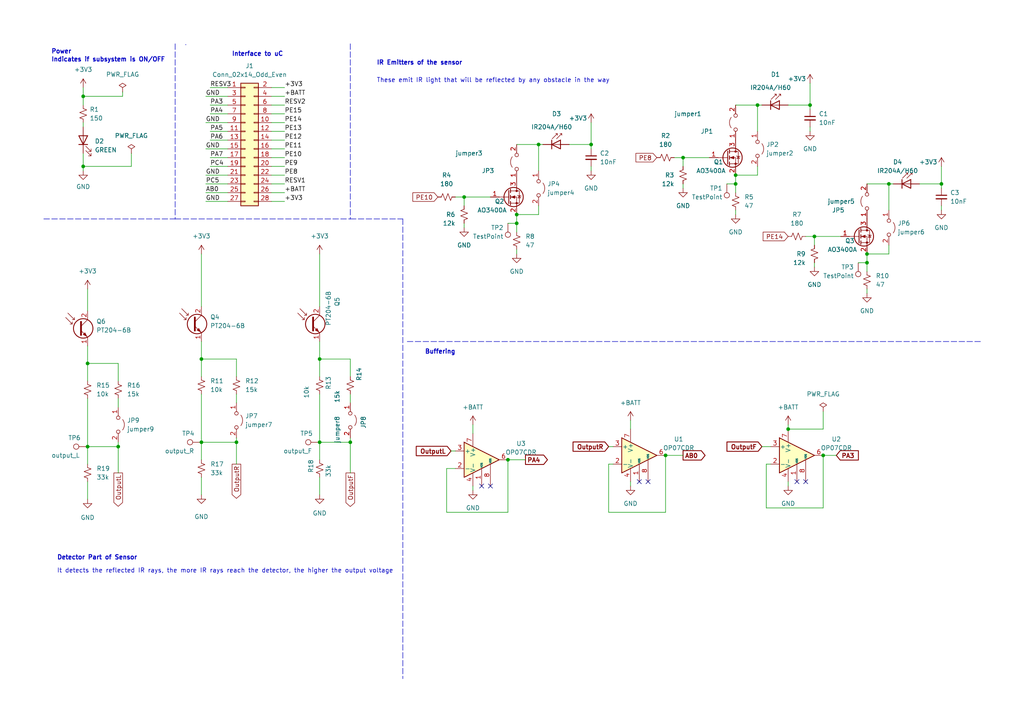
<source format=kicad_sch>
(kicad_sch (version 20211123) (generator eeschema)

  (uuid e63e39d7-6ac0-4ffd-8aa3-1841a4541b55)

  (paper "A4")

  (title_block
    (title "Micromouse Schematic")
    (date "2024-03-21")
    (rev "v1")
    (comment 1 "Bokang Lepolesa")
    (comment 2 "LPLBOK002")
  )

  (lib_symbols
    (symbol "Amplifier_Operational:OP07" (pin_names (offset 0.127)) (in_bom yes) (on_board yes)
      (property "Reference" "U" (id 0) (at 1.27 6.35 0)
        (effects (font (size 1.27 1.27)) (justify left))
      )
      (property "Value" "OP07" (id 1) (at 1.27 3.81 0)
        (effects (font (size 1.27 1.27)) (justify left))
      )
      (property "Footprint" "" (id 2) (at 1.27 1.27 0)
        (effects (font (size 1.27 1.27)) hide)
      )
      (property "Datasheet" "https://www.analog.com/media/en/technical-documentation/data-sheets/OP07.pdf" (id 3) (at 1.27 3.81 0)
        (effects (font (size 1.27 1.27)) hide)
      )
      (property "ki_keywords" "single opamp" (id 4) (at 0 0 0)
        (effects (font (size 1.27 1.27)) hide)
      )
      (property "ki_description" "Single Ultra-Low Offset Voltage Operational Amplifier, DIP-8/SOIC-8" (id 5) (at 0 0 0)
        (effects (font (size 1.27 1.27)) hide)
      )
      (property "ki_fp_filters" "DIP*W7.62mm* SOIC*3.9x4.9mm*P1.27mm* TO*99*" (id 6) (at 0 0 0)
        (effects (font (size 1.27 1.27)) hide)
      )
      (symbol "OP07_0_1"
        (polyline
          (pts
            (xy -5.08 5.08)
            (xy 5.08 0)
            (xy -5.08 -5.08)
            (xy -5.08 5.08)
          )
          (stroke (width 0.254) (type default) (color 0 0 0 0))
          (fill (type background))
        )
      )
      (symbol "OP07_1_1"
        (pin input line (at 0 -7.62 90) (length 5.08)
          (name "VOS" (effects (font (size 0.508 0.508))))
          (number "1" (effects (font (size 1.27 1.27))))
        )
        (pin input line (at -7.62 -2.54 0) (length 2.54)
          (name "-" (effects (font (size 1.27 1.27))))
          (number "2" (effects (font (size 1.27 1.27))))
        )
        (pin input line (at -7.62 2.54 0) (length 2.54)
          (name "+" (effects (font (size 1.27 1.27))))
          (number "3" (effects (font (size 1.27 1.27))))
        )
        (pin power_in line (at -2.54 -7.62 90) (length 3.81)
          (name "V-" (effects (font (size 1.27 1.27))))
          (number "4" (effects (font (size 1.27 1.27))))
        )
        (pin no_connect line (at 0 2.54 270) (length 2.54) hide
          (name "NC" (effects (font (size 1.27 1.27))))
          (number "5" (effects (font (size 1.27 1.27))))
        )
        (pin output line (at 7.62 0 180) (length 2.54)
          (name "~" (effects (font (size 1.27 1.27))))
          (number "6" (effects (font (size 1.27 1.27))))
        )
        (pin power_in line (at -2.54 7.62 270) (length 3.81)
          (name "V+" (effects (font (size 1.27 1.27))))
          (number "7" (effects (font (size 1.27 1.27))))
        )
        (pin input line (at 2.54 -7.62 90) (length 6.35)
          (name "VOS" (effects (font (size 0.508 0.508))))
          (number "8" (effects (font (size 1.27 1.27))))
        )
      )
    )
    (symbol "Connector:TestPoint" (pin_numbers hide) (pin_names (offset 0.762) hide) (in_bom yes) (on_board yes)
      (property "Reference" "TP" (id 0) (at 0 6.858 0)
        (effects (font (size 1.27 1.27)))
      )
      (property "Value" "TestPoint" (id 1) (at 0 5.08 0)
        (effects (font (size 1.27 1.27)))
      )
      (property "Footprint" "" (id 2) (at 5.08 0 0)
        (effects (font (size 1.27 1.27)) hide)
      )
      (property "Datasheet" "~" (id 3) (at 5.08 0 0)
        (effects (font (size 1.27 1.27)) hide)
      )
      (property "ki_keywords" "test point tp" (id 4) (at 0 0 0)
        (effects (font (size 1.27 1.27)) hide)
      )
      (property "ki_description" "test point" (id 5) (at 0 0 0)
        (effects (font (size 1.27 1.27)) hide)
      )
      (property "ki_fp_filters" "Pin* Test*" (id 6) (at 0 0 0)
        (effects (font (size 1.27 1.27)) hide)
      )
      (symbol "TestPoint_0_1"
        (circle (center 0 3.302) (radius 0.762)
          (stroke (width 0) (type default) (color 0 0 0 0))
          (fill (type none))
        )
      )
      (symbol "TestPoint_1_1"
        (pin passive line (at 0 0 90) (length 2.54)
          (name "1" (effects (font (size 1.27 1.27))))
          (number "1" (effects (font (size 1.27 1.27))))
        )
      )
    )
    (symbol "Connector_Generic:Conn_02x14_Odd_Even" (pin_names (offset 1.016) hide) (in_bom yes) (on_board yes)
      (property "Reference" "J" (id 0) (at 1.27 17.78 0)
        (effects (font (size 1.27 1.27)))
      )
      (property "Value" "Conn_02x14_Odd_Even" (id 1) (at 1.27 -20.32 0)
        (effects (font (size 1.27 1.27)))
      )
      (property "Footprint" "" (id 2) (at 0 0 0)
        (effects (font (size 1.27 1.27)) hide)
      )
      (property "Datasheet" "~" (id 3) (at 0 0 0)
        (effects (font (size 1.27 1.27)) hide)
      )
      (property "ki_keywords" "connector" (id 4) (at 0 0 0)
        (effects (font (size 1.27 1.27)) hide)
      )
      (property "ki_description" "Generic connector, double row, 02x14, odd/even pin numbering scheme (row 1 odd numbers, row 2 even numbers), script generated (kicad-library-utils/schlib/autogen/connector/)" (id 5) (at 0 0 0)
        (effects (font (size 1.27 1.27)) hide)
      )
      (property "ki_fp_filters" "Connector*:*_2x??_*" (id 6) (at 0 0 0)
        (effects (font (size 1.27 1.27)) hide)
      )
      (symbol "Conn_02x14_Odd_Even_1_1"
        (rectangle (start -1.27 -17.653) (end 0 -17.907)
          (stroke (width 0.1524) (type default) (color 0 0 0 0))
          (fill (type none))
        )
        (rectangle (start -1.27 -15.113) (end 0 -15.367)
          (stroke (width 0.1524) (type default) (color 0 0 0 0))
          (fill (type none))
        )
        (rectangle (start -1.27 -12.573) (end 0 -12.827)
          (stroke (width 0.1524) (type default) (color 0 0 0 0))
          (fill (type none))
        )
        (rectangle (start -1.27 -10.033) (end 0 -10.287)
          (stroke (width 0.1524) (type default) (color 0 0 0 0))
          (fill (type none))
        )
        (rectangle (start -1.27 -7.493) (end 0 -7.747)
          (stroke (width 0.1524) (type default) (color 0 0 0 0))
          (fill (type none))
        )
        (rectangle (start -1.27 -4.953) (end 0 -5.207)
          (stroke (width 0.1524) (type default) (color 0 0 0 0))
          (fill (type none))
        )
        (rectangle (start -1.27 -2.413) (end 0 -2.667)
          (stroke (width 0.1524) (type default) (color 0 0 0 0))
          (fill (type none))
        )
        (rectangle (start -1.27 0.127) (end 0 -0.127)
          (stroke (width 0.1524) (type default) (color 0 0 0 0))
          (fill (type none))
        )
        (rectangle (start -1.27 2.667) (end 0 2.413)
          (stroke (width 0.1524) (type default) (color 0 0 0 0))
          (fill (type none))
        )
        (rectangle (start -1.27 5.207) (end 0 4.953)
          (stroke (width 0.1524) (type default) (color 0 0 0 0))
          (fill (type none))
        )
        (rectangle (start -1.27 7.747) (end 0 7.493)
          (stroke (width 0.1524) (type default) (color 0 0 0 0))
          (fill (type none))
        )
        (rectangle (start -1.27 10.287) (end 0 10.033)
          (stroke (width 0.1524) (type default) (color 0 0 0 0))
          (fill (type none))
        )
        (rectangle (start -1.27 12.827) (end 0 12.573)
          (stroke (width 0.1524) (type default) (color 0 0 0 0))
          (fill (type none))
        )
        (rectangle (start -1.27 15.367) (end 0 15.113)
          (stroke (width 0.1524) (type default) (color 0 0 0 0))
          (fill (type none))
        )
        (rectangle (start -1.27 16.51) (end 3.81 -19.05)
          (stroke (width 0.254) (type default) (color 0 0 0 0))
          (fill (type background))
        )
        (rectangle (start 3.81 -17.653) (end 2.54 -17.907)
          (stroke (width 0.1524) (type default) (color 0 0 0 0))
          (fill (type none))
        )
        (rectangle (start 3.81 -15.113) (end 2.54 -15.367)
          (stroke (width 0.1524) (type default) (color 0 0 0 0))
          (fill (type none))
        )
        (rectangle (start 3.81 -12.573) (end 2.54 -12.827)
          (stroke (width 0.1524) (type default) (color 0 0 0 0))
          (fill (type none))
        )
        (rectangle (start 3.81 -10.033) (end 2.54 -10.287)
          (stroke (width 0.1524) (type default) (color 0 0 0 0))
          (fill (type none))
        )
        (rectangle (start 3.81 -7.493) (end 2.54 -7.747)
          (stroke (width 0.1524) (type default) (color 0 0 0 0))
          (fill (type none))
        )
        (rectangle (start 3.81 -4.953) (end 2.54 -5.207)
          (stroke (width 0.1524) (type default) (color 0 0 0 0))
          (fill (type none))
        )
        (rectangle (start 3.81 -2.413) (end 2.54 -2.667)
          (stroke (width 0.1524) (type default) (color 0 0 0 0))
          (fill (type none))
        )
        (rectangle (start 3.81 0.127) (end 2.54 -0.127)
          (stroke (width 0.1524) (type default) (color 0 0 0 0))
          (fill (type none))
        )
        (rectangle (start 3.81 2.667) (end 2.54 2.413)
          (stroke (width 0.1524) (type default) (color 0 0 0 0))
          (fill (type none))
        )
        (rectangle (start 3.81 5.207) (end 2.54 4.953)
          (stroke (width 0.1524) (type default) (color 0 0 0 0))
          (fill (type none))
        )
        (rectangle (start 3.81 7.747) (end 2.54 7.493)
          (stroke (width 0.1524) (type default) (color 0 0 0 0))
          (fill (type none))
        )
        (rectangle (start 3.81 10.287) (end 2.54 10.033)
          (stroke (width 0.1524) (type default) (color 0 0 0 0))
          (fill (type none))
        )
        (rectangle (start 3.81 12.827) (end 2.54 12.573)
          (stroke (width 0.1524) (type default) (color 0 0 0 0))
          (fill (type none))
        )
        (rectangle (start 3.81 15.367) (end 2.54 15.113)
          (stroke (width 0.1524) (type default) (color 0 0 0 0))
          (fill (type none))
        )
        (pin passive line (at -5.08 15.24 0) (length 3.81)
          (name "Pin_1" (effects (font (size 1.27 1.27))))
          (number "1" (effects (font (size 1.27 1.27))))
        )
        (pin passive line (at 7.62 5.08 180) (length 3.81)
          (name "Pin_10" (effects (font (size 1.27 1.27))))
          (number "10" (effects (font (size 1.27 1.27))))
        )
        (pin passive line (at -5.08 2.54 0) (length 3.81)
          (name "Pin_11" (effects (font (size 1.27 1.27))))
          (number "11" (effects (font (size 1.27 1.27))))
        )
        (pin passive line (at 7.62 2.54 180) (length 3.81)
          (name "Pin_12" (effects (font (size 1.27 1.27))))
          (number "12" (effects (font (size 1.27 1.27))))
        )
        (pin passive line (at -5.08 0 0) (length 3.81)
          (name "Pin_13" (effects (font (size 1.27 1.27))))
          (number "13" (effects (font (size 1.27 1.27))))
        )
        (pin passive line (at 7.62 0 180) (length 3.81)
          (name "Pin_14" (effects (font (size 1.27 1.27))))
          (number "14" (effects (font (size 1.27 1.27))))
        )
        (pin passive line (at -5.08 -2.54 0) (length 3.81)
          (name "Pin_15" (effects (font (size 1.27 1.27))))
          (number "15" (effects (font (size 1.27 1.27))))
        )
        (pin passive line (at 7.62 -2.54 180) (length 3.81)
          (name "Pin_16" (effects (font (size 1.27 1.27))))
          (number "16" (effects (font (size 1.27 1.27))))
        )
        (pin passive line (at -5.08 -5.08 0) (length 3.81)
          (name "Pin_17" (effects (font (size 1.27 1.27))))
          (number "17" (effects (font (size 1.27 1.27))))
        )
        (pin passive line (at 7.62 -5.08 180) (length 3.81)
          (name "Pin_18" (effects (font (size 1.27 1.27))))
          (number "18" (effects (font (size 1.27 1.27))))
        )
        (pin passive line (at -5.08 -7.62 0) (length 3.81)
          (name "Pin_19" (effects (font (size 1.27 1.27))))
          (number "19" (effects (font (size 1.27 1.27))))
        )
        (pin passive line (at 7.62 15.24 180) (length 3.81)
          (name "Pin_2" (effects (font (size 1.27 1.27))))
          (number "2" (effects (font (size 1.27 1.27))))
        )
        (pin passive line (at 7.62 -7.62 180) (length 3.81)
          (name "Pin_20" (effects (font (size 1.27 1.27))))
          (number "20" (effects (font (size 1.27 1.27))))
        )
        (pin passive line (at -5.08 -10.16 0) (length 3.81)
          (name "Pin_21" (effects (font (size 1.27 1.27))))
          (number "21" (effects (font (size 1.27 1.27))))
        )
        (pin passive line (at 7.62 -10.16 180) (length 3.81)
          (name "Pin_22" (effects (font (size 1.27 1.27))))
          (number "22" (effects (font (size 1.27 1.27))))
        )
        (pin passive line (at -5.08 -12.7 0) (length 3.81)
          (name "Pin_23" (effects (font (size 1.27 1.27))))
          (number "23" (effects (font (size 1.27 1.27))))
        )
        (pin passive line (at 7.62 -12.7 180) (length 3.81)
          (name "Pin_24" (effects (font (size 1.27 1.27))))
          (number "24" (effects (font (size 1.27 1.27))))
        )
        (pin passive line (at -5.08 -15.24 0) (length 3.81)
          (name "Pin_25" (effects (font (size 1.27 1.27))))
          (number "25" (effects (font (size 1.27 1.27))))
        )
        (pin passive line (at 7.62 -15.24 180) (length 3.81)
          (name "Pin_26" (effects (font (size 1.27 1.27))))
          (number "26" (effects (font (size 1.27 1.27))))
        )
        (pin passive line (at -5.08 -17.78 0) (length 3.81)
          (name "Pin_27" (effects (font (size 1.27 1.27))))
          (number "27" (effects (font (size 1.27 1.27))))
        )
        (pin passive line (at 7.62 -17.78 180) (length 3.81)
          (name "Pin_28" (effects (font (size 1.27 1.27))))
          (number "28" (effects (font (size 1.27 1.27))))
        )
        (pin passive line (at -5.08 12.7 0) (length 3.81)
          (name "Pin_3" (effects (font (size 1.27 1.27))))
          (number "3" (effects (font (size 1.27 1.27))))
        )
        (pin passive line (at 7.62 12.7 180) (length 3.81)
          (name "Pin_4" (effects (font (size 1.27 1.27))))
          (number "4" (effects (font (size 1.27 1.27))))
        )
        (pin passive line (at -5.08 10.16 0) (length 3.81)
          (name "Pin_5" (effects (font (size 1.27 1.27))))
          (number "5" (effects (font (size 1.27 1.27))))
        )
        (pin passive line (at 7.62 10.16 180) (length 3.81)
          (name "Pin_6" (effects (font (size 1.27 1.27))))
          (number "6" (effects (font (size 1.27 1.27))))
        )
        (pin passive line (at -5.08 7.62 0) (length 3.81)
          (name "Pin_7" (effects (font (size 1.27 1.27))))
          (number "7" (effects (font (size 1.27 1.27))))
        )
        (pin passive line (at 7.62 7.62 180) (length 3.81)
          (name "Pin_8" (effects (font (size 1.27 1.27))))
          (number "8" (effects (font (size 1.27 1.27))))
        )
        (pin passive line (at -5.08 5.08 0) (length 3.81)
          (name "Pin_9" (effects (font (size 1.27 1.27))))
          (number "9" (effects (font (size 1.27 1.27))))
        )
      )
    )
    (symbol "Device:C_Small" (pin_numbers hide) (pin_names (offset 0.254) hide) (in_bom yes) (on_board yes)
      (property "Reference" "C" (id 0) (at 0.254 1.778 0)
        (effects (font (size 1.27 1.27)) (justify left))
      )
      (property "Value" "C_Small" (id 1) (at 0.254 -2.032 0)
        (effects (font (size 1.27 1.27)) (justify left))
      )
      (property "Footprint" "" (id 2) (at 0 0 0)
        (effects (font (size 1.27 1.27)) hide)
      )
      (property "Datasheet" "~" (id 3) (at 0 0 0)
        (effects (font (size 1.27 1.27)) hide)
      )
      (property "ki_keywords" "capacitor cap" (id 4) (at 0 0 0)
        (effects (font (size 1.27 1.27)) hide)
      )
      (property "ki_description" "Unpolarized capacitor, small symbol" (id 5) (at 0 0 0)
        (effects (font (size 1.27 1.27)) hide)
      )
      (property "ki_fp_filters" "C_*" (id 6) (at 0 0 0)
        (effects (font (size 1.27 1.27)) hide)
      )
      (symbol "C_Small_0_1"
        (polyline
          (pts
            (xy -1.524 -0.508)
            (xy 1.524 -0.508)
          )
          (stroke (width 0.3302) (type default) (color 0 0 0 0))
          (fill (type none))
        )
        (polyline
          (pts
            (xy -1.524 0.508)
            (xy 1.524 0.508)
          )
          (stroke (width 0.3048) (type default) (color 0 0 0 0))
          (fill (type none))
        )
      )
      (symbol "C_Small_1_1"
        (pin passive line (at 0 2.54 270) (length 2.032)
          (name "~" (effects (font (size 1.27 1.27))))
          (number "1" (effects (font (size 1.27 1.27))))
        )
        (pin passive line (at 0 -2.54 90) (length 2.032)
          (name "~" (effects (font (size 1.27 1.27))))
          (number "2" (effects (font (size 1.27 1.27))))
        )
      )
    )
    (symbol "Device:LED" (pin_numbers hide) (pin_names (offset 1.016) hide) (in_bom yes) (on_board yes)
      (property "Reference" "D" (id 0) (at 0 2.54 0)
        (effects (font (size 1.27 1.27)))
      )
      (property "Value" "LED" (id 1) (at 0 -2.54 0)
        (effects (font (size 1.27 1.27)))
      )
      (property "Footprint" "" (id 2) (at 0 0 0)
        (effects (font (size 1.27 1.27)) hide)
      )
      (property "Datasheet" "~" (id 3) (at 0 0 0)
        (effects (font (size 1.27 1.27)) hide)
      )
      (property "ki_keywords" "LED diode" (id 4) (at 0 0 0)
        (effects (font (size 1.27 1.27)) hide)
      )
      (property "ki_description" "Light emitting diode" (id 5) (at 0 0 0)
        (effects (font (size 1.27 1.27)) hide)
      )
      (property "ki_fp_filters" "LED* LED_SMD:* LED_THT:*" (id 6) (at 0 0 0)
        (effects (font (size 1.27 1.27)) hide)
      )
      (symbol "LED_0_1"
        (polyline
          (pts
            (xy -1.27 -1.27)
            (xy -1.27 1.27)
          )
          (stroke (width 0.254) (type default) (color 0 0 0 0))
          (fill (type none))
        )
        (polyline
          (pts
            (xy -1.27 0)
            (xy 1.27 0)
          )
          (stroke (width 0) (type default) (color 0 0 0 0))
          (fill (type none))
        )
        (polyline
          (pts
            (xy 1.27 -1.27)
            (xy 1.27 1.27)
            (xy -1.27 0)
            (xy 1.27 -1.27)
          )
          (stroke (width 0.254) (type default) (color 0 0 0 0))
          (fill (type none))
        )
        (polyline
          (pts
            (xy -3.048 -0.762)
            (xy -4.572 -2.286)
            (xy -3.81 -2.286)
            (xy -4.572 -2.286)
            (xy -4.572 -1.524)
          )
          (stroke (width 0) (type default) (color 0 0 0 0))
          (fill (type none))
        )
        (polyline
          (pts
            (xy -1.778 -0.762)
            (xy -3.302 -2.286)
            (xy -2.54 -2.286)
            (xy -3.302 -2.286)
            (xy -3.302 -1.524)
          )
          (stroke (width 0) (type default) (color 0 0 0 0))
          (fill (type none))
        )
      )
      (symbol "LED_1_1"
        (pin passive line (at -3.81 0 0) (length 2.54)
          (name "K" (effects (font (size 1.27 1.27))))
          (number "1" (effects (font (size 1.27 1.27))))
        )
        (pin passive line (at 3.81 0 180) (length 2.54)
          (name "A" (effects (font (size 1.27 1.27))))
          (number "2" (effects (font (size 1.27 1.27))))
        )
      )
    )
    (symbol "Device:Q_Photo_NPN_EC" (pin_names (offset 0) hide) (in_bom yes) (on_board yes)
      (property "Reference" "Q" (id 0) (at 5.08 1.27 0)
        (effects (font (size 1.27 1.27)) (justify left))
      )
      (property "Value" "Q_Photo_NPN_EC" (id 1) (at 5.08 -1.27 0)
        (effects (font (size 1.27 1.27)) (justify left))
      )
      (property "Footprint" "" (id 2) (at 5.08 2.54 0)
        (effects (font (size 1.27 1.27)) hide)
      )
      (property "Datasheet" "~" (id 3) (at 0 0 0)
        (effects (font (size 1.27 1.27)) hide)
      )
      (property "ki_keywords" "phototransistor NPN" (id 4) (at 0 0 0)
        (effects (font (size 1.27 1.27)) hide)
      )
      (property "ki_description" "NPN phototransistor, emitter/collector" (id 5) (at 0 0 0)
        (effects (font (size 1.27 1.27)) hide)
      )
      (symbol "Q_Photo_NPN_EC_0_1"
        (polyline
          (pts
            (xy -1.905 1.27)
            (xy -2.54 1.27)
          )
          (stroke (width 0) (type default) (color 0 0 0 0))
          (fill (type none))
        )
        (polyline
          (pts
            (xy -1.27 2.54)
            (xy -1.905 2.54)
          )
          (stroke (width 0) (type default) (color 0 0 0 0))
          (fill (type none))
        )
        (polyline
          (pts
            (xy 0.635 0.635)
            (xy 2.54 2.54)
          )
          (stroke (width 0) (type default) (color 0 0 0 0))
          (fill (type none))
        )
        (polyline
          (pts
            (xy -3.81 3.175)
            (xy -1.905 1.27)
            (xy -1.905 1.905)
          )
          (stroke (width 0) (type default) (color 0 0 0 0))
          (fill (type none))
        )
        (polyline
          (pts
            (xy -3.175 4.445)
            (xy -1.27 2.54)
            (xy -1.27 3.175)
          )
          (stroke (width 0) (type default) (color 0 0 0 0))
          (fill (type none))
        )
        (polyline
          (pts
            (xy 0.635 -0.635)
            (xy 2.54 -2.54)
            (xy 2.54 -2.54)
          )
          (stroke (width 0) (type default) (color 0 0 0 0))
          (fill (type none))
        )
        (polyline
          (pts
            (xy 0.635 1.905)
            (xy 0.635 -1.905)
            (xy 0.635 -1.905)
          )
          (stroke (width 0.508) (type default) (color 0 0 0 0))
          (fill (type none))
        )
        (polyline
          (pts
            (xy 1.27 -1.778)
            (xy 1.778 -1.27)
            (xy 2.286 -2.286)
            (xy 1.27 -1.778)
            (xy 1.27 -1.778)
          )
          (stroke (width 0) (type default) (color 0 0 0 0))
          (fill (type outline))
        )
        (circle (center 1.27 0) (radius 2.8194)
          (stroke (width 0.254) (type default) (color 0 0 0 0))
          (fill (type none))
        )
      )
      (symbol "Q_Photo_NPN_EC_1_1"
        (pin passive line (at 2.54 -5.08 90) (length 2.54)
          (name "E" (effects (font (size 1.27 1.27))))
          (number "1" (effects (font (size 1.27 1.27))))
        )
        (pin passive line (at 2.54 5.08 270) (length 2.54)
          (name "C" (effects (font (size 1.27 1.27))))
          (number "2" (effects (font (size 1.27 1.27))))
        )
      )
    )
    (symbol "Device:R_Small_US" (pin_numbers hide) (pin_names (offset 0.254) hide) (in_bom yes) (on_board yes)
      (property "Reference" "R" (id 0) (at 0.762 0.508 0)
        (effects (font (size 1.27 1.27)) (justify left))
      )
      (property "Value" "R_Small_US" (id 1) (at 0.762 -1.016 0)
        (effects (font (size 1.27 1.27)) (justify left))
      )
      (property "Footprint" "" (id 2) (at 0 0 0)
        (effects (font (size 1.27 1.27)) hide)
      )
      (property "Datasheet" "~" (id 3) (at 0 0 0)
        (effects (font (size 1.27 1.27)) hide)
      )
      (property "ki_keywords" "r resistor" (id 4) (at 0 0 0)
        (effects (font (size 1.27 1.27)) hide)
      )
      (property "ki_description" "Resistor, small US symbol" (id 5) (at 0 0 0)
        (effects (font (size 1.27 1.27)) hide)
      )
      (property "ki_fp_filters" "R_*" (id 6) (at 0 0 0)
        (effects (font (size 1.27 1.27)) hide)
      )
      (symbol "R_Small_US_1_1"
        (polyline
          (pts
            (xy 0 0)
            (xy 1.016 -0.381)
            (xy 0 -0.762)
            (xy -1.016 -1.143)
            (xy 0 -1.524)
          )
          (stroke (width 0) (type default) (color 0 0 0 0))
          (fill (type none))
        )
        (polyline
          (pts
            (xy 0 1.524)
            (xy 1.016 1.143)
            (xy 0 0.762)
            (xy -1.016 0.381)
            (xy 0 0)
          )
          (stroke (width 0) (type default) (color 0 0 0 0))
          (fill (type none))
        )
        (pin passive line (at 0 2.54 270) (length 1.016)
          (name "~" (effects (font (size 1.27 1.27))))
          (number "1" (effects (font (size 1.27 1.27))))
        )
        (pin passive line (at 0 -2.54 90) (length 1.016)
          (name "~" (effects (font (size 1.27 1.27))))
          (number "2" (effects (font (size 1.27 1.27))))
        )
      )
    )
    (symbol "Jumper:Jumper_2_Open" (pin_names (offset 0) hide) (in_bom yes) (on_board yes)
      (property "Reference" "JP" (id 0) (at 0 2.794 0)
        (effects (font (size 1.27 1.27)))
      )
      (property "Value" "Jumper_2_Open" (id 1) (at 0 -2.286 0)
        (effects (font (size 1.27 1.27)))
      )
      (property "Footprint" "" (id 2) (at 0 0 0)
        (effects (font (size 1.27 1.27)) hide)
      )
      (property "Datasheet" "~" (id 3) (at 0 0 0)
        (effects (font (size 1.27 1.27)) hide)
      )
      (property "ki_keywords" "Jumper SPST" (id 4) (at 0 0 0)
        (effects (font (size 1.27 1.27)) hide)
      )
      (property "ki_description" "Jumper, 2-pole, open" (id 5) (at 0 0 0)
        (effects (font (size 1.27 1.27)) hide)
      )
      (property "ki_fp_filters" "Jumper* TestPoint*2Pads* TestPoint*Bridge*" (id 6) (at 0 0 0)
        (effects (font (size 1.27 1.27)) hide)
      )
      (symbol "Jumper_2_Open_0_0"
        (circle (center -2.032 0) (radius 0.508)
          (stroke (width 0) (type default) (color 0 0 0 0))
          (fill (type none))
        )
        (circle (center 2.032 0) (radius 0.508)
          (stroke (width 0) (type default) (color 0 0 0 0))
          (fill (type none))
        )
      )
      (symbol "Jumper_2_Open_0_1"
        (arc (start 1.524 1.27) (mid 0 1.778) (end -1.524 1.27)
          (stroke (width 0) (type default) (color 0 0 0 0))
          (fill (type none))
        )
      )
      (symbol "Jumper_2_Open_1_1"
        (pin passive line (at -5.08 0 0) (length 2.54)
          (name "A" (effects (font (size 1.27 1.27))))
          (number "1" (effects (font (size 1.27 1.27))))
        )
        (pin passive line (at 5.08 0 180) (length 2.54)
          (name "B" (effects (font (size 1.27 1.27))))
          (number "2" (effects (font (size 1.27 1.27))))
        )
      )
    )
    (symbol "LED:IR204A" (pin_numbers hide) (pin_names (offset 1.016) hide) (in_bom yes) (on_board yes)
      (property "Reference" "D" (id 0) (at 0.508 1.778 0)
        (effects (font (size 1.27 1.27)) (justify left))
      )
      (property "Value" "IR204A" (id 1) (at -1.016 -2.794 0)
        (effects (font (size 1.27 1.27)))
      )
      (property "Footprint" "LED_THT:LED_D3.0mm_IRBlack" (id 2) (at 0 4.445 0)
        (effects (font (size 1.27 1.27)) hide)
      )
      (property "Datasheet" "http://www.everlight.com/file/ProductFile/IR204-A.pdf" (id 3) (at -1.27 0 0)
        (effects (font (size 1.27 1.27)) hide)
      )
      (property "ki_keywords" "opto IR LED" (id 4) (at 0 0 0)
        (effects (font (size 1.27 1.27)) hide)
      )
      (property "ki_description" "Infrared LED , 3mm LED package" (id 5) (at 0 0 0)
        (effects (font (size 1.27 1.27)) hide)
      )
      (property "ki_fp_filters" "LED*3.0mm*IRBlack*" (id 6) (at 0 0 0)
        (effects (font (size 1.27 1.27)) hide)
      )
      (symbol "IR204A_0_1"
        (polyline
          (pts
            (xy -2.54 1.27)
            (xy -2.54 -1.27)
          )
          (stroke (width 0.254) (type default) (color 0 0 0 0))
          (fill (type none))
        )
        (polyline
          (pts
            (xy 0 0)
            (xy -2.54 0)
          )
          (stroke (width 0) (type default) (color 0 0 0 0))
          (fill (type none))
        )
        (polyline
          (pts
            (xy 0.381 3.175)
            (xy -0.127 3.175)
          )
          (stroke (width 0) (type default) (color 0 0 0 0))
          (fill (type none))
        )
        (polyline
          (pts
            (xy -1.143 1.651)
            (xy 0.381 3.175)
            (xy 0.381 2.667)
          )
          (stroke (width 0) (type default) (color 0 0 0 0))
          (fill (type none))
        )
        (polyline
          (pts
            (xy 0 1.27)
            (xy -2.54 0)
            (xy 0 -1.27)
            (xy 0 1.27)
          )
          (stroke (width 0.254) (type default) (color 0 0 0 0))
          (fill (type none))
        )
        (polyline
          (pts
            (xy -2.413 1.651)
            (xy -0.889 3.175)
            (xy -0.889 2.667)
            (xy -0.889 3.175)
            (xy -1.397 3.175)
          )
          (stroke (width 0) (type default) (color 0 0 0 0))
          (fill (type none))
        )
      )
      (symbol "IR204A_1_1"
        (pin passive line (at -5.08 0 0) (length 2.54)
          (name "K" (effects (font (size 1.27 1.27))))
          (number "1" (effects (font (size 1.27 1.27))))
        )
        (pin passive line (at 2.54 0 180) (length 2.54)
          (name "A" (effects (font (size 1.27 1.27))))
          (number "2" (effects (font (size 1.27 1.27))))
        )
      )
    )
    (symbol "Transistor_FET:AO3400A" (pin_names hide) (in_bom yes) (on_board yes)
      (property "Reference" "Q" (id 0) (at 5.08 1.905 0)
        (effects (font (size 1.27 1.27)) (justify left))
      )
      (property "Value" "AO3400A" (id 1) (at 5.08 0 0)
        (effects (font (size 1.27 1.27)) (justify left))
      )
      (property "Footprint" "Package_TO_SOT_SMD:SOT-23" (id 2) (at 5.08 -1.905 0)
        (effects (font (size 1.27 1.27) italic) (justify left) hide)
      )
      (property "Datasheet" "http://www.aosmd.com/pdfs/datasheet/AO3400A.pdf" (id 3) (at 0 0 0)
        (effects (font (size 1.27 1.27)) (justify left) hide)
      )
      (property "ki_keywords" "N-Channel MOSFET" (id 4) (at 0 0 0)
        (effects (font (size 1.27 1.27)) hide)
      )
      (property "ki_description" "30V Vds, 5.7A Id, N-Channel MOSFET, SOT-23" (id 5) (at 0 0 0)
        (effects (font (size 1.27 1.27)) hide)
      )
      (property "ki_fp_filters" "SOT?23*" (id 6) (at 0 0 0)
        (effects (font (size 1.27 1.27)) hide)
      )
      (symbol "AO3400A_0_1"
        (polyline
          (pts
            (xy 0.254 0)
            (xy -2.54 0)
          )
          (stroke (width 0) (type default) (color 0 0 0 0))
          (fill (type none))
        )
        (polyline
          (pts
            (xy 0.254 1.905)
            (xy 0.254 -1.905)
          )
          (stroke (width 0.254) (type default) (color 0 0 0 0))
          (fill (type none))
        )
        (polyline
          (pts
            (xy 0.762 -1.27)
            (xy 0.762 -2.286)
          )
          (stroke (width 0.254) (type default) (color 0 0 0 0))
          (fill (type none))
        )
        (polyline
          (pts
            (xy 0.762 0.508)
            (xy 0.762 -0.508)
          )
          (stroke (width 0.254) (type default) (color 0 0 0 0))
          (fill (type none))
        )
        (polyline
          (pts
            (xy 0.762 2.286)
            (xy 0.762 1.27)
          )
          (stroke (width 0.254) (type default) (color 0 0 0 0))
          (fill (type none))
        )
        (polyline
          (pts
            (xy 2.54 2.54)
            (xy 2.54 1.778)
          )
          (stroke (width 0) (type default) (color 0 0 0 0))
          (fill (type none))
        )
        (polyline
          (pts
            (xy 2.54 -2.54)
            (xy 2.54 0)
            (xy 0.762 0)
          )
          (stroke (width 0) (type default) (color 0 0 0 0))
          (fill (type none))
        )
        (polyline
          (pts
            (xy 0.762 -1.778)
            (xy 3.302 -1.778)
            (xy 3.302 1.778)
            (xy 0.762 1.778)
          )
          (stroke (width 0) (type default) (color 0 0 0 0))
          (fill (type none))
        )
        (polyline
          (pts
            (xy 1.016 0)
            (xy 2.032 0.381)
            (xy 2.032 -0.381)
            (xy 1.016 0)
          )
          (stroke (width 0) (type default) (color 0 0 0 0))
          (fill (type outline))
        )
        (polyline
          (pts
            (xy 2.794 0.508)
            (xy 2.921 0.381)
            (xy 3.683 0.381)
            (xy 3.81 0.254)
          )
          (stroke (width 0) (type default) (color 0 0 0 0))
          (fill (type none))
        )
        (polyline
          (pts
            (xy 3.302 0.381)
            (xy 2.921 -0.254)
            (xy 3.683 -0.254)
            (xy 3.302 0.381)
          )
          (stroke (width 0) (type default) (color 0 0 0 0))
          (fill (type none))
        )
        (circle (center 1.651 0) (radius 2.794)
          (stroke (width 0.254) (type default) (color 0 0 0 0))
          (fill (type none))
        )
        (circle (center 2.54 -1.778) (radius 0.254)
          (stroke (width 0) (type default) (color 0 0 0 0))
          (fill (type outline))
        )
        (circle (center 2.54 1.778) (radius 0.254)
          (stroke (width 0) (type default) (color 0 0 0 0))
          (fill (type outline))
        )
      )
      (symbol "AO3400A_1_1"
        (pin input line (at -5.08 0 0) (length 2.54)
          (name "G" (effects (font (size 1.27 1.27))))
          (number "1" (effects (font (size 1.27 1.27))))
        )
        (pin passive line (at 2.54 -5.08 90) (length 2.54)
          (name "S" (effects (font (size 1.27 1.27))))
          (number "2" (effects (font (size 1.27 1.27))))
        )
        (pin passive line (at 2.54 5.08 270) (length 2.54)
          (name "D" (effects (font (size 1.27 1.27))))
          (number "3" (effects (font (size 1.27 1.27))))
        )
      )
    )
    (symbol "power:+3V3" (power) (pin_names (offset 0)) (in_bom yes) (on_board yes)
      (property "Reference" "#PWR" (id 0) (at 0 -3.81 0)
        (effects (font (size 1.27 1.27)) hide)
      )
      (property "Value" "+3V3" (id 1) (at 0 3.556 0)
        (effects (font (size 1.27 1.27)))
      )
      (property "Footprint" "" (id 2) (at 0 0 0)
        (effects (font (size 1.27 1.27)) hide)
      )
      (property "Datasheet" "" (id 3) (at 0 0 0)
        (effects (font (size 1.27 1.27)) hide)
      )
      (property "ki_keywords" "power-flag" (id 4) (at 0 0 0)
        (effects (font (size 1.27 1.27)) hide)
      )
      (property "ki_description" "Power symbol creates a global label with name \"+3V3\"" (id 5) (at 0 0 0)
        (effects (font (size 1.27 1.27)) hide)
      )
      (symbol "+3V3_0_1"
        (polyline
          (pts
            (xy -0.762 1.27)
            (xy 0 2.54)
          )
          (stroke (width 0) (type default) (color 0 0 0 0))
          (fill (type none))
        )
        (polyline
          (pts
            (xy 0 0)
            (xy 0 2.54)
          )
          (stroke (width 0) (type default) (color 0 0 0 0))
          (fill (type none))
        )
        (polyline
          (pts
            (xy 0 2.54)
            (xy 0.762 1.27)
          )
          (stroke (width 0) (type default) (color 0 0 0 0))
          (fill (type none))
        )
      )
      (symbol "+3V3_1_1"
        (pin power_in line (at 0 0 90) (length 0) hide
          (name "+3V3" (effects (font (size 1.27 1.27))))
          (number "1" (effects (font (size 1.27 1.27))))
        )
      )
    )
    (symbol "power:+BATT" (power) (pin_names (offset 0)) (in_bom yes) (on_board yes)
      (property "Reference" "#PWR" (id 0) (at 0 -3.81 0)
        (effects (font (size 1.27 1.27)) hide)
      )
      (property "Value" "+BATT" (id 1) (at 0 3.556 0)
        (effects (font (size 1.27 1.27)))
      )
      (property "Footprint" "" (id 2) (at 0 0 0)
        (effects (font (size 1.27 1.27)) hide)
      )
      (property "Datasheet" "" (id 3) (at 0 0 0)
        (effects (font (size 1.27 1.27)) hide)
      )
      (property "ki_keywords" "power-flag battery" (id 4) (at 0 0 0)
        (effects (font (size 1.27 1.27)) hide)
      )
      (property "ki_description" "Power symbol creates a global label with name \"+BATT\"" (id 5) (at 0 0 0)
        (effects (font (size 1.27 1.27)) hide)
      )
      (symbol "+BATT_0_1"
        (polyline
          (pts
            (xy -0.762 1.27)
            (xy 0 2.54)
          )
          (stroke (width 0) (type default) (color 0 0 0 0))
          (fill (type none))
        )
        (polyline
          (pts
            (xy 0 0)
            (xy 0 2.54)
          )
          (stroke (width 0) (type default) (color 0 0 0 0))
          (fill (type none))
        )
        (polyline
          (pts
            (xy 0 2.54)
            (xy 0.762 1.27)
          )
          (stroke (width 0) (type default) (color 0 0 0 0))
          (fill (type none))
        )
      )
      (symbol "+BATT_1_1"
        (pin power_in line (at 0 0 90) (length 0) hide
          (name "+BATT" (effects (font (size 1.27 1.27))))
          (number "1" (effects (font (size 1.27 1.27))))
        )
      )
    )
    (symbol "power:GND" (power) (pin_names (offset 0)) (in_bom yes) (on_board yes)
      (property "Reference" "#PWR" (id 0) (at 0 -6.35 0)
        (effects (font (size 1.27 1.27)) hide)
      )
      (property "Value" "GND" (id 1) (at 0 -3.81 0)
        (effects (font (size 1.27 1.27)))
      )
      (property "Footprint" "" (id 2) (at 0 0 0)
        (effects (font (size 1.27 1.27)) hide)
      )
      (property "Datasheet" "" (id 3) (at 0 0 0)
        (effects (font (size 1.27 1.27)) hide)
      )
      (property "ki_keywords" "power-flag" (id 4) (at 0 0 0)
        (effects (font (size 1.27 1.27)) hide)
      )
      (property "ki_description" "Power symbol creates a global label with name \"GND\" , ground" (id 5) (at 0 0 0)
        (effects (font (size 1.27 1.27)) hide)
      )
      (symbol "GND_0_1"
        (polyline
          (pts
            (xy 0 0)
            (xy 0 -1.27)
            (xy 1.27 -1.27)
            (xy 0 -2.54)
            (xy -1.27 -1.27)
            (xy 0 -1.27)
          )
          (stroke (width 0) (type default) (color 0 0 0 0))
          (fill (type none))
        )
      )
      (symbol "GND_1_1"
        (pin power_in line (at 0 0 270) (length 0) hide
          (name "GND" (effects (font (size 1.27 1.27))))
          (number "1" (effects (font (size 1.27 1.27))))
        )
      )
    )
    (symbol "power:PWR_FLAG" (power) (pin_numbers hide) (pin_names (offset 0) hide) (in_bom yes) (on_board yes)
      (property "Reference" "#FLG" (id 0) (at 0 1.905 0)
        (effects (font (size 1.27 1.27)) hide)
      )
      (property "Value" "PWR_FLAG" (id 1) (at 0 3.81 0)
        (effects (font (size 1.27 1.27)))
      )
      (property "Footprint" "" (id 2) (at 0 0 0)
        (effects (font (size 1.27 1.27)) hide)
      )
      (property "Datasheet" "~" (id 3) (at 0 0 0)
        (effects (font (size 1.27 1.27)) hide)
      )
      (property "ki_keywords" "power-flag" (id 4) (at 0 0 0)
        (effects (font (size 1.27 1.27)) hide)
      )
      (property "ki_description" "Special symbol for telling ERC where power comes from" (id 5) (at 0 0 0)
        (effects (font (size 1.27 1.27)) hide)
      )
      (symbol "PWR_FLAG_0_0"
        (pin power_out line (at 0 0 90) (length 0)
          (name "pwr" (effects (font (size 1.27 1.27))))
          (number "1" (effects (font (size 1.27 1.27))))
        )
      )
      (symbol "PWR_FLAG_0_1"
        (polyline
          (pts
            (xy 0 0)
            (xy 0 1.27)
            (xy -1.016 1.905)
            (xy 0 2.54)
            (xy 1.016 1.905)
            (xy 0 1.27)
          )
          (stroke (width 0) (type default) (color 0 0 0 0))
          (fill (type none))
        )
      )
    )
  )

  (junction (at 198.12 45.72) (diameter 0) (color 0 0 0 0)
    (uuid 0024ac5a-d142-4fdd-9fe4-e04e3b081ef4)
  )
  (junction (at 238.76 132.08) (diameter 0) (color 0 0 0 0)
    (uuid 03a6ffa6-aa46-4451-88d2-657434bcdf94)
  )
  (junction (at 213.36 53.34) (diameter 0) (color 0 0 0 0)
    (uuid 06b1f892-4174-4c6c-ab49-7653d6089466)
  )
  (junction (at 228.6 124.46) (diameter 0) (color 0 0 0 0)
    (uuid 0d6b0919-479e-49cf-b512-308f3785ed1c)
  )
  (junction (at 24.13 27.94) (diameter 0) (color 0 0 0 0)
    (uuid 278a373e-facd-4b5c-8cba-a2d53911c768)
  )
  (junction (at 147.32 133.35) (diameter 0) (color 0 0 0 0)
    (uuid 43f4dc2b-c149-40ac-bf04-472a35b34436)
  )
  (junction (at 92.71 104.14) (diameter 0) (color 0 0 0 0)
    (uuid 54431ca8-d38c-4fc6-b2c0-ca32fe99da79)
  )
  (junction (at 92.71 128.27) (diameter 0) (color 0 0 0 0)
    (uuid 579a741d-006a-4c71-8011-16df873bc664)
  )
  (junction (at 101.6 128.27) (diameter 0) (color 0 0 0 0)
    (uuid 59dd4adb-8ecc-40f8-ab19-3fbb53417eda)
  )
  (junction (at 156.21 41.91) (diameter 0) (color 0 0 0 0)
    (uuid 5a7a5b5b-784f-4774-b2f2-61896e32eac4)
  )
  (junction (at 273.05 53.34) (diameter 0) (color 0 0 0 0)
    (uuid 5b8a48ba-246f-439c-a6dd-84850a416f97)
  )
  (junction (at 149.86 62.23) (diameter 0) (color 0 0 0 0)
    (uuid 637014df-d5cd-4fc6-a7e8-300ffeb1cbec)
  )
  (junction (at 213.36 50.8) (diameter 0) (color 0 0 0 0)
    (uuid 7100c205-bf4c-4e91-8b45-ed979faa7ece)
  )
  (junction (at 25.4 105.41) (diameter 0) (color 0 0 0 0)
    (uuid 7a764fed-3608-4fe7-a8f1-d7baa6af8111)
  )
  (junction (at 58.42 104.14) (diameter 0) (color 0 0 0 0)
    (uuid 7ae086e9-d26f-4a4f-aff8-4d22fef6cfe1)
  )
  (junction (at 34.29 129.54) (diameter 0) (color 0 0 0 0)
    (uuid 808a135c-f835-4f6b-bcc4-6f37003dc078)
  )
  (junction (at 171.45 41.91) (diameter 0) (color 0 0 0 0)
    (uuid 92f8ca69-a785-4398-b8c3-90ca3f57a525)
  )
  (junction (at 251.46 76.2) (diameter 0) (color 0 0 0 0)
    (uuid 985b5518-d673-464b-89c9-386e4086aebe)
  )
  (junction (at 251.46 73.66) (diameter 0) (color 0 0 0 0)
    (uuid 9ac2f80a-e71c-4bd6-815c-57e4341e51ec)
  )
  (junction (at 25.4 129.54) (diameter 0) (color 0 0 0 0)
    (uuid a882c2ef-1464-4026-85d3-30ccdbf6d57b)
  )
  (junction (at 219.71 30.48) (diameter 0) (color 0 0 0 0)
    (uuid afc464a9-bd87-4bab-9fff-a0bf309b17f3)
  )
  (junction (at 68.58 128.27) (diameter 0) (color 0 0 0 0)
    (uuid b1623803-1a26-475b-bda3-8b35ed81e7d5)
  )
  (junction (at 134.62 57.15) (diameter 0) (color 0 0 0 0)
    (uuid b6b2cccb-33d1-496a-8361-52dec3d5af25)
  )
  (junction (at 236.22 68.58) (diameter 0) (color 0 0 0 0)
    (uuid c5f01bc5-947c-453a-967b-3621630302b7)
  )
  (junction (at 149.86 64.77) (diameter 0) (color 0 0 0 0)
    (uuid db0798f2-ce78-4d2b-aef6-8793cdafd576)
  )
  (junction (at 193.04 132.08) (diameter 0) (color 0 0 0 0)
    (uuid ddd66650-011b-4b26-b2b3-81d17f2d3247)
  )
  (junction (at 257.81 53.34) (diameter 0) (color 0 0 0 0)
    (uuid eaa8df02-56fc-437a-b16e-3f1f0db7d1ec)
  )
  (junction (at 58.42 128.27) (diameter 0) (color 0 0 0 0)
    (uuid ec6e4b07-e983-4c74-bfa5-650e5039ae6e)
  )
  (junction (at 24.13 48.26) (diameter 0) (color 0 0 0 0)
    (uuid f102e89a-fc24-4423-b751-8e6e37ef2fc8)
  )
  (junction (at 234.95 30.48) (diameter 0) (color 0 0 0 0)
    (uuid f5461521-bbc3-4fe4-88d7-525856b6b8e3)
  )

  (no_connect (at 142.24 140.97) (uuid a49af3fc-f7c5-4af1-8317-804975e2f539))
  (no_connect (at 139.7 140.97) (uuid a49af3fc-f7c5-4af1-8317-804975e2f53a))
  (no_connect (at 187.96 139.7) (uuid a49af3fc-f7c5-4af1-8317-804975e2f53b))
  (no_connect (at 185.42 139.7) (uuid a49af3fc-f7c5-4af1-8317-804975e2f53c))
  (no_connect (at 233.68 139.7) (uuid a49af3fc-f7c5-4af1-8317-804975e2f53d))
  (no_connect (at 231.14 139.7) (uuid a49af3fc-f7c5-4af1-8317-804975e2f53e))

  (wire (pts (xy 58.42 104.14) (xy 68.58 104.14))
    (stroke (width 0) (type default) (color 0 0 0 0))
    (uuid 0167a497-b84b-4165-a765-054124da8a97)
  )
  (wire (pts (xy 92.71 104.14) (xy 101.6 104.14))
    (stroke (width 0) (type default) (color 0 0 0 0))
    (uuid 019ef878-198d-46b5-b189-22d58b8e9246)
  )
  (wire (pts (xy 25.4 105.41) (xy 25.4 110.49))
    (stroke (width 0) (type default) (color 0 0 0 0))
    (uuid 039f4917-6dba-46fa-b0e4-918630013b3c)
  )
  (wire (pts (xy 92.71 99.06) (xy 92.71 104.14))
    (stroke (width 0) (type default) (color 0 0 0 0))
    (uuid 03d7ff3d-2d51-427e-bd79-8bc1b9e07bdd)
  )
  (wire (pts (xy 82.55 25.4) (xy 78.74 25.4))
    (stroke (width 0) (type default) (color 0 0 0 0))
    (uuid 05de7513-b1d2-4a9f-bbfc-f6ec7a15548a)
  )
  (wire (pts (xy 236.22 68.58) (xy 243.84 68.58))
    (stroke (width 0) (type default) (color 0 0 0 0))
    (uuid 07191984-ab0d-43f9-b0b4-ad6b7f58d4f1)
  )
  (wire (pts (xy 59.69 50.8) (xy 66.04 50.8))
    (stroke (width 0) (type default) (color 0 0 0 0))
    (uuid 089d829f-4160-47bf-bd6c-2ea329f1201e)
  )
  (wire (pts (xy 182.88 121.92) (xy 182.88 124.46))
    (stroke (width 0) (type default) (color 0 0 0 0))
    (uuid 0a076732-ab83-4143-8ef9-40ded682d49c)
  )
  (wire (pts (xy 92.71 114.3) (xy 92.71 128.27))
    (stroke (width 0) (type default) (color 0 0 0 0))
    (uuid 0d8af3c4-f246-4f7c-8ace-c032d1514b2d)
  )
  (wire (pts (xy 34.29 118.11) (xy 34.29 115.57))
    (stroke (width 0) (type default) (color 0 0 0 0))
    (uuid 0e763aaf-1fda-4b09-939c-275802147283)
  )
  (wire (pts (xy 60.96 25.4) (xy 66.04 25.4))
    (stroke (width 0) (type default) (color 0 0 0 0))
    (uuid 0ef85940-4adb-41a4-83fc-003701079c89)
  )
  (wire (pts (xy 68.58 127) (xy 68.58 128.27))
    (stroke (width 0) (type default) (color 0 0 0 0))
    (uuid 102b3670-5bef-42db-acb9-53dff241280c)
  )
  (wire (pts (xy 147.32 148.59) (xy 129.54 148.59))
    (stroke (width 0) (type default) (color 0 0 0 0))
    (uuid 11eb8ecb-5d0b-4cbc-91ad-08d0e45d1262)
  )
  (wire (pts (xy 137.16 140.97) (xy 137.16 142.24))
    (stroke (width 0) (type default) (color 0 0 0 0))
    (uuid 12655262-6188-48fe-8a5c-464bf5f100db)
  )
  (wire (pts (xy 219.71 48.26) (xy 219.71 50.8))
    (stroke (width 0) (type default) (color 0 0 0 0))
    (uuid 13a629ff-9a7f-4675-811a-ad3f656c9a05)
  )
  (wire (pts (xy 228.6 30.48) (xy 234.95 30.48))
    (stroke (width 0) (type default) (color 0 0 0 0))
    (uuid 1900b791-b8fb-4385-b9a9-ee9d8b5f5599)
  )
  (wire (pts (xy 60.96 38.1) (xy 66.04 38.1))
    (stroke (width 0) (type default) (color 0 0 0 0))
    (uuid 1a3cc24d-b360-48d7-92eb-163cb6c06b75)
  )
  (wire (pts (xy 251.46 83.82) (xy 251.46 85.09))
    (stroke (width 0) (type default) (color 0 0 0 0))
    (uuid 1ae7539b-adee-4451-888b-2bf9a33e4984)
  )
  (wire (pts (xy 238.76 132.08) (xy 242.57 132.08))
    (stroke (width 0) (type default) (color 0 0 0 0))
    (uuid 1c88b2c4-f049-4aac-84ea-163b6d32fb23)
  )
  (wire (pts (xy 198.12 53.34) (xy 198.12 54.61))
    (stroke (width 0) (type default) (color 0 0 0 0))
    (uuid 1f585fe2-46a0-4e3c-bc8a-cf4594ac72a3)
  )
  (wire (pts (xy 25.4 129.54) (xy 25.4 134.62))
    (stroke (width 0) (type default) (color 0 0 0 0))
    (uuid 27a77909-d422-4ac2-9e5c-958e02e7b254)
  )
  (wire (pts (xy 34.29 128.27) (xy 34.29 129.54))
    (stroke (width 0) (type default) (color 0 0 0 0))
    (uuid 27ba1961-a7b5-4cb6-9c3b-38ee502e10a5)
  )
  (wire (pts (xy 35.56 27.94) (xy 24.13 27.94))
    (stroke (width 0) (type default) (color 0 0 0 0))
    (uuid 29e22b57-1dea-44dc-9f1c-d54a5afa67ac)
  )
  (wire (pts (xy 38.1 44.45) (xy 38.1 48.26))
    (stroke (width 0) (type default) (color 0 0 0 0))
    (uuid 2c24e293-2038-486f-9b56-b85741785d56)
  )
  (wire (pts (xy 213.36 53.34) (xy 210.82 53.34))
    (stroke (width 0) (type default) (color 0 0 0 0))
    (uuid 2ca7191e-dacd-405e-86a7-2d6698faf937)
  )
  (wire (pts (xy 156.21 49.53) (xy 156.21 41.91))
    (stroke (width 0) (type default) (color 0 0 0 0))
    (uuid 2cc7cfbf-edd1-48b0-ad4b-f86f2f1aa72e)
  )
  (wire (pts (xy 25.4 105.41) (xy 34.29 105.41))
    (stroke (width 0) (type default) (color 0 0 0 0))
    (uuid 2d27c8ef-32f3-4176-b024-3344ae6919a3)
  )
  (wire (pts (xy 24.13 25.4) (xy 24.13 27.94))
    (stroke (width 0) (type default) (color 0 0 0 0))
    (uuid 2de5b284-5dfb-4049-8e48-9a02e4db3713)
  )
  (wire (pts (xy 68.58 116.84) (xy 68.58 114.3))
    (stroke (width 0) (type default) (color 0 0 0 0))
    (uuid 30c589db-3c48-4b5a-a62a-c99f6d53a4f3)
  )
  (wire (pts (xy 59.69 53.34) (xy 66.04 53.34))
    (stroke (width 0) (type default) (color 0 0 0 0))
    (uuid 319e0df7-36c5-4a08-8278-d20ea1c20570)
  )
  (wire (pts (xy 101.6 128.27) (xy 101.6 137.16))
    (stroke (width 0) (type default) (color 0 0 0 0))
    (uuid 31c91606-4222-4ed3-a608-f566458cbf64)
  )
  (wire (pts (xy 34.29 129.54) (xy 25.4 129.54))
    (stroke (width 0) (type default) (color 0 0 0 0))
    (uuid 32c8ffae-5df2-4183-8698-c7c2037ffca3)
  )
  (wire (pts (xy 137.16 123.19) (xy 137.16 125.73))
    (stroke (width 0) (type default) (color 0 0 0 0))
    (uuid 367f03a7-d503-40aa-9594-6ecf7e2eb476)
  )
  (wire (pts (xy 165.1 41.91) (xy 171.45 41.91))
    (stroke (width 0) (type default) (color 0 0 0 0))
    (uuid 36dff221-c71e-4917-b7d4-e61aefcbbe6b)
  )
  (wire (pts (xy 213.36 50.8) (xy 213.36 53.34))
    (stroke (width 0) (type default) (color 0 0 0 0))
    (uuid 370b750c-d9cb-44b6-b696-8faac52ead63)
  )
  (wire (pts (xy 134.62 57.15) (xy 142.24 57.15))
    (stroke (width 0) (type default) (color 0 0 0 0))
    (uuid 3bdfeee5-504e-42fc-95c3-2f5511debf4d)
  )
  (wire (pts (xy 273.05 59.69) (xy 273.05 60.96))
    (stroke (width 0) (type default) (color 0 0 0 0))
    (uuid 3e3ebb88-18ec-4f9f-9682-d1bc20988047)
  )
  (wire (pts (xy 78.74 53.34) (xy 82.55 53.34))
    (stroke (width 0) (type default) (color 0 0 0 0))
    (uuid 3f6117a5-fa78-44d0-bc51-c5f64a0cc82f)
  )
  (wire (pts (xy 59.69 27.94) (xy 66.04 27.94))
    (stroke (width 0) (type default) (color 0 0 0 0))
    (uuid 4072e2ba-7ee2-4267-94ef-58782232a2b6)
  )
  (wire (pts (xy 129.54 135.89) (xy 132.08 135.89))
    (stroke (width 0) (type default) (color 0 0 0 0))
    (uuid 42980be9-7f4f-416f-b97c-ff80e1ad8013)
  )
  (wire (pts (xy 92.71 73.66) (xy 92.71 88.9))
    (stroke (width 0) (type default) (color 0 0 0 0))
    (uuid 42ab21c0-f20b-4467-9c5b-4f4c53e5aa70)
  )
  (wire (pts (xy 58.42 73.66) (xy 58.42 88.9))
    (stroke (width 0) (type default) (color 0 0 0 0))
    (uuid 4a55824a-bcea-4d98-9b3d-6b98200aa736)
  )
  (wire (pts (xy 176.53 134.62) (xy 177.8 134.62))
    (stroke (width 0) (type default) (color 0 0 0 0))
    (uuid 4a7f2098-10ff-4f02-880f-76129afb5594)
  )
  (wire (pts (xy 234.95 30.48) (xy 234.95 31.75))
    (stroke (width 0) (type default) (color 0 0 0 0))
    (uuid 4e4f9c7a-8043-43eb-b13a-5885ec9aba04)
  )
  (wire (pts (xy 238.76 147.32) (xy 222.25 147.32))
    (stroke (width 0) (type default) (color 0 0 0 0))
    (uuid 525e0135-6387-4249-bbdf-1bc42cfb1ed7)
  )
  (wire (pts (xy 101.6 116.84) (xy 101.6 114.3))
    (stroke (width 0) (type default) (color 0 0 0 0))
    (uuid 547fddd1-ff31-41bb-9c5e-4d70ab2f4ca7)
  )
  (wire (pts (xy 220.98 129.54) (xy 223.52 129.54))
    (stroke (width 0) (type default) (color 0 0 0 0))
    (uuid 572e40c5-4e35-484d-8ae4-e851d4ed2d1b)
  )
  (wire (pts (xy 149.86 62.23) (xy 149.86 64.77))
    (stroke (width 0) (type default) (color 0 0 0 0))
    (uuid 57cf5d23-f9e3-4562-a886-df3f66901aa7)
  )
  (wire (pts (xy 35.56 26.67) (xy 35.56 27.94))
    (stroke (width 0) (type default) (color 0 0 0 0))
    (uuid 5a7b9536-afb3-496d-b96c-9f42e16196b1)
  )
  (wire (pts (xy 58.42 99.06) (xy 58.42 104.14))
    (stroke (width 0) (type default) (color 0 0 0 0))
    (uuid 5acc81ca-556c-4969-b01c-85a8c45e3748)
  )
  (wire (pts (xy 59.69 58.42) (xy 66.04 58.42))
    (stroke (width 0) (type default) (color 0 0 0 0))
    (uuid 5be222b4-bb6b-4064-8da4-b859bd025adf)
  )
  (wire (pts (xy 257.81 71.12) (xy 257.81 73.66))
    (stroke (width 0) (type default) (color 0 0 0 0))
    (uuid 5f13f3f4-be96-4438-90da-9fa9757c34ec)
  )
  (wire (pts (xy 38.1 48.26) (xy 24.13 48.26))
    (stroke (width 0) (type default) (color 0 0 0 0))
    (uuid 61ac07d1-fcd0-4186-b1cc-00c3928e973e)
  )
  (wire (pts (xy 257.81 53.34) (xy 251.46 53.34))
    (stroke (width 0) (type default) (color 0 0 0 0))
    (uuid 62739800-bed4-4a35-a905-fb397ceb833b)
  )
  (polyline (pts (xy 118.11 99.06) (xy 284.48 99.06))
    (stroke (width 0) (type default) (color 0 0 0 0))
    (uuid 63fa589e-8eb0-45bc-a8c6-3d40f137c6fc)
  )
  (polyline (pts (xy 53.9496 12.954) (xy 53.7972 12.954))
    (stroke (width 0) (type default) (color 0 0 0 0))
    (uuid 642aaa5e-e605-47c1-a133-adc520e129cc)
  )

  (wire (pts (xy 238.76 124.46) (xy 228.6 124.46))
    (stroke (width 0) (type default) (color 0 0 0 0))
    (uuid 65346887-5f23-4e6f-8a16-8ac61af61231)
  )
  (wire (pts (xy 92.71 138.43) (xy 92.71 143.51))
    (stroke (width 0) (type default) (color 0 0 0 0))
    (uuid 660d6fe5-387f-4f80-a8fd-7536fb11125f)
  )
  (wire (pts (xy 25.4 100.33) (xy 25.4 105.41))
    (stroke (width 0) (type default) (color 0 0 0 0))
    (uuid 6dc41d3d-d450-4772-8a75-4b43c28cc47c)
  )
  (wire (pts (xy 60.96 33.02) (xy 66.04 33.02))
    (stroke (width 0) (type default) (color 0 0 0 0))
    (uuid 6f995f1a-93a7-487a-a7f4-af1e1be2abe0)
  )
  (wire (pts (xy 213.36 53.34) (xy 213.36 55.88))
    (stroke (width 0) (type default) (color 0 0 0 0))
    (uuid 71c5b7bf-9f1e-462f-8be7-41e9ca5d1c84)
  )
  (wire (pts (xy 24.13 48.26) (xy 24.13 49.53))
    (stroke (width 0) (type default) (color 0 0 0 0))
    (uuid 71e3fc04-2ec3-4266-be6b-b179f2e00b1b)
  )
  (wire (pts (xy 236.22 68.58) (xy 236.22 71.12))
    (stroke (width 0) (type default) (color 0 0 0 0))
    (uuid 73ccea59-85b9-4cd9-b267-191d18908c4b)
  )
  (wire (pts (xy 60.96 40.64) (xy 66.04 40.64))
    (stroke (width 0) (type default) (color 0 0 0 0))
    (uuid 758b06ca-3e86-4f38-8412-5764fef0f794)
  )
  (wire (pts (xy 25.4 83.82) (xy 25.4 90.17))
    (stroke (width 0) (type default) (color 0 0 0 0))
    (uuid 7686be29-4a02-4d1a-8578-f3348fa902bc)
  )
  (wire (pts (xy 129.54 148.59) (xy 129.54 135.89))
    (stroke (width 0) (type default) (color 0 0 0 0))
    (uuid 79235147-a86a-40f3-a2a7-68eeac60d519)
  )
  (wire (pts (xy 257.81 60.96) (xy 257.81 53.34))
    (stroke (width 0) (type default) (color 0 0 0 0))
    (uuid 7a13bbac-63cd-4731-8e2d-ec2b6f158df2)
  )
  (wire (pts (xy 34.29 129.54) (xy 34.29 137.16))
    (stroke (width 0) (type default) (color 0 0 0 0))
    (uuid 7e64c972-703f-4b21-a4a5-ea45090605c3)
  )
  (wire (pts (xy 78.74 50.8) (xy 82.55 50.8))
    (stroke (width 0) (type default) (color 0 0 0 0))
    (uuid 84f5ca25-dc83-43ea-9144-1bcda3ae7099)
  )
  (wire (pts (xy 219.71 30.48) (xy 213.36 30.48))
    (stroke (width 0) (type default) (color 0 0 0 0))
    (uuid 85aba677-ac9d-423b-b3f6-dde51b2062d0)
  )
  (wire (pts (xy 176.53 129.54) (xy 177.8 129.54))
    (stroke (width 0) (type default) (color 0 0 0 0))
    (uuid 85ddf32f-66c2-4041-8a53-e5b2c0466256)
  )
  (wire (pts (xy 149.86 72.39) (xy 149.86 73.66))
    (stroke (width 0) (type default) (color 0 0 0 0))
    (uuid 86867460-d16e-4c93-a90d-3c3e011b16fb)
  )
  (wire (pts (xy 182.88 139.7) (xy 182.88 140.97))
    (stroke (width 0) (type default) (color 0 0 0 0))
    (uuid 8728af5d-fc5a-4441-8fc4-b5f09b68813a)
  )
  (polyline (pts (xy 116.84 63.5) (xy 116.84 196.85))
    (stroke (width 0) (type default) (color 0 0 0 0))
    (uuid 8bcf17c3-45b7-4d90-8b9a-af22b8d78e33)
  )

  (wire (pts (xy 198.12 45.72) (xy 205.74 45.72))
    (stroke (width 0) (type default) (color 0 0 0 0))
    (uuid 8cbdf451-af8f-4b48-b415-60f9b751c745)
  )
  (wire (pts (xy 228.6 123.19) (xy 228.6 124.46))
    (stroke (width 0) (type default) (color 0 0 0 0))
    (uuid 8d2c8bce-59a3-446a-b880-9df97186a7f2)
  )
  (wire (pts (xy 101.6 128.27) (xy 92.71 128.27))
    (stroke (width 0) (type default) (color 0 0 0 0))
    (uuid 8ef56933-f7db-4f38-9e39-cf5c6d3106e2)
  )
  (wire (pts (xy 236.22 76.2) (xy 236.22 77.47))
    (stroke (width 0) (type default) (color 0 0 0 0))
    (uuid 8fd4e0ed-a4ac-4550-bec0-4637d3da7072)
  )
  (wire (pts (xy 156.21 41.91) (xy 157.48 41.91))
    (stroke (width 0) (type default) (color 0 0 0 0))
    (uuid 9155db1a-760d-4c6f-9d2a-47b763dbb5d3)
  )
  (wire (pts (xy 58.42 128.27) (xy 58.42 133.35))
    (stroke (width 0) (type default) (color 0 0 0 0))
    (uuid 935e0aa9-d0d1-42c8-9e29-710940582d5b)
  )
  (wire (pts (xy 58.42 114.3) (xy 58.42 128.27))
    (stroke (width 0) (type default) (color 0 0 0 0))
    (uuid 96399a1d-a209-4993-bcde-774f78ef5450)
  )
  (wire (pts (xy 219.71 38.1) (xy 219.71 30.48))
    (stroke (width 0) (type default) (color 0 0 0 0))
    (uuid 9739b485-0b7e-4de3-acdf-ef9707f4b950)
  )
  (wire (pts (xy 219.71 50.8) (xy 213.36 50.8))
    (stroke (width 0) (type default) (color 0 0 0 0))
    (uuid 9799edf2-c01f-45a8-a457-32250cc4fdb3)
  )
  (wire (pts (xy 78.74 40.64) (xy 82.55 40.64))
    (stroke (width 0) (type default) (color 0 0 0 0))
    (uuid 98f1f346-8fd5-4362-98ff-66a84fd4aed7)
  )
  (wire (pts (xy 68.58 109.22) (xy 68.58 104.14))
    (stroke (width 0) (type default) (color 0 0 0 0))
    (uuid 99106557-790b-461e-907f-d18128e6cc3a)
  )
  (wire (pts (xy 78.74 38.1) (xy 82.55 38.1))
    (stroke (width 0) (type default) (color 0 0 0 0))
    (uuid 9afa904d-56bc-4f83-bd75-9e97c5e40e31)
  )
  (wire (pts (xy 238.76 119.38) (xy 238.76 124.46))
    (stroke (width 0) (type default) (color 0 0 0 0))
    (uuid 9b2aa857-d4b8-4d54-9840-7c708f09f1c7)
  )
  (wire (pts (xy 193.04 132.08) (xy 193.04 148.59))
    (stroke (width 0) (type default) (color 0 0 0 0))
    (uuid 9b476051-9044-4755-830f-f6aa76120a33)
  )
  (wire (pts (xy 101.6 109.22) (xy 101.6 104.14))
    (stroke (width 0) (type default) (color 0 0 0 0))
    (uuid 9ca75b64-0d81-44ad-8b34-84e7f8e05133)
  )
  (wire (pts (xy 266.7 53.34) (xy 273.05 53.34))
    (stroke (width 0) (type default) (color 0 0 0 0))
    (uuid 9d167cb2-6566-4299-95ef-caea90456905)
  )
  (wire (pts (xy 134.62 57.15) (xy 134.62 59.69))
    (stroke (width 0) (type default) (color 0 0 0 0))
    (uuid a00db62b-025d-482e-9e4e-bb630b182f3f)
  )
  (wire (pts (xy 149.86 64.77) (xy 147.32 64.77))
    (stroke (width 0) (type default) (color 0 0 0 0))
    (uuid a1a56f59-9daf-4e2b-952b-1465029733a6)
  )
  (wire (pts (xy 193.04 148.59) (xy 176.53 148.59))
    (stroke (width 0) (type default) (color 0 0 0 0))
    (uuid a1d50e53-038e-4c7f-b6d4-e7d6e2dc4ff2)
  )
  (wire (pts (xy 251.46 76.2) (xy 251.46 78.74))
    (stroke (width 0) (type default) (color 0 0 0 0))
    (uuid a4594c04-066a-4f76-a918-9cd11235bb83)
  )
  (wire (pts (xy 130.81 130.81) (xy 132.08 130.81))
    (stroke (width 0) (type default) (color 0 0 0 0))
    (uuid a5ba403b-93b7-46ac-b3f7-608fd30d2260)
  )
  (polyline (pts (xy 50.8 12.7) (xy 50.8 63.5))
    (stroke (width 0) (type default) (color 0 0 0 0))
    (uuid a7493f64-2db1-46bf-aaa1-d8e011b97308)
  )

  (wire (pts (xy 78.74 35.56) (xy 82.55 35.56))
    (stroke (width 0) (type default) (color 0 0 0 0))
    (uuid a85972ef-3adc-4224-805b-dca83a5a37ab)
  )
  (wire (pts (xy 78.74 30.48) (xy 82.55 30.48))
    (stroke (width 0) (type default) (color 0 0 0 0))
    (uuid a962a6c7-7064-4d81-83c0-037296b77621)
  )
  (wire (pts (xy 82.55 55.88) (xy 78.74 55.88))
    (stroke (width 0) (type default) (color 0 0 0 0))
    (uuid aa453b81-ff98-4386-82f1-621410f76e35)
  )
  (wire (pts (xy 257.81 53.34) (xy 259.08 53.34))
    (stroke (width 0) (type default) (color 0 0 0 0))
    (uuid abc010f5-748a-491c-acbb-f6dfe8516586)
  )
  (wire (pts (xy 132.08 57.15) (xy 134.62 57.15))
    (stroke (width 0) (type default) (color 0 0 0 0))
    (uuid ad702209-0059-4640-ae2c-88497b64f9a5)
  )
  (wire (pts (xy 24.13 27.94) (xy 24.13 30.48))
    (stroke (width 0) (type default) (color 0 0 0 0))
    (uuid ae2e8ed3-995d-47a0-b056-11e79a52ad62)
  )
  (wire (pts (xy 78.74 33.02) (xy 82.55 33.02))
    (stroke (width 0) (type default) (color 0 0 0 0))
    (uuid b147caf6-c117-48cd-b37e-651285beb334)
  )
  (wire (pts (xy 59.69 35.56) (xy 66.04 35.56))
    (stroke (width 0) (type default) (color 0 0 0 0))
    (uuid b18533bb-9010-439d-b45b-c4f3422d687b)
  )
  (wire (pts (xy 78.74 43.18) (xy 82.55 43.18))
    (stroke (width 0) (type default) (color 0 0 0 0))
    (uuid b49de651-a850-44cd-946f-6ef24cd5868b)
  )
  (wire (pts (xy 59.69 55.88) (xy 66.04 55.88))
    (stroke (width 0) (type default) (color 0 0 0 0))
    (uuid b7407b36-33d8-4fc3-98ad-d06a8efef382)
  )
  (polyline (pts (xy 101.6 63.5) (xy 116.84 63.5))
    (stroke (width 0) (type default) (color 0 0 0 0))
    (uuid b942742e-c819-4ac1-96a1-52fcb50d0d4a)
  )

  (wire (pts (xy 149.86 64.77) (xy 149.86 67.31))
    (stroke (width 0) (type default) (color 0 0 0 0))
    (uuid b97bfe31-a495-4a23-96e6-7103d374774c)
  )
  (wire (pts (xy 24.13 35.56) (xy 24.13 36.83))
    (stroke (width 0) (type default) (color 0 0 0 0))
    (uuid bc1fe1c3-9777-493e-8c11-595d8178c914)
  )
  (wire (pts (xy 198.12 45.72) (xy 198.12 48.26))
    (stroke (width 0) (type default) (color 0 0 0 0))
    (uuid bcafbd3a-783d-4c6e-99be-d5be0321a3bc)
  )
  (wire (pts (xy 176.53 148.59) (xy 176.53 134.62))
    (stroke (width 0) (type default) (color 0 0 0 0))
    (uuid bdaf2f67-8dcd-40e4-bc74-c7f5d396d54c)
  )
  (wire (pts (xy 25.4 115.57) (xy 25.4 129.54))
    (stroke (width 0) (type default) (color 0 0 0 0))
    (uuid bf585729-5837-4980-a0aa-c9d7ea189fe3)
  )
  (wire (pts (xy 228.6 139.7) (xy 228.6 140.97))
    (stroke (width 0) (type default) (color 0 0 0 0))
    (uuid c053a80f-aba7-4654-99f5-945d0632a69e)
  )
  (wire (pts (xy 193.04 132.08) (xy 198.12 132.08))
    (stroke (width 0) (type default) (color 0 0 0 0))
    (uuid c11d80b2-a7a6-470f-9faf-178b892b9179)
  )
  (wire (pts (xy 25.4 139.7) (xy 25.4 144.78))
    (stroke (width 0) (type default) (color 0 0 0 0))
    (uuid c178e33a-2a6e-4fd2-ba3e-a5d9b05462d3)
  )
  (wire (pts (xy 66.04 48.26) (xy 60.96 48.26))
    (stroke (width 0) (type default) (color 0 0 0 0))
    (uuid c685073c-060b-41bd-aef7-91581b60c04b)
  )
  (wire (pts (xy 59.69 43.18) (xy 66.04 43.18))
    (stroke (width 0) (type default) (color 0 0 0 0))
    (uuid c7ec99bd-bdee-4704-8a34-77980b73d58b)
  )
  (wire (pts (xy 156.21 41.91) (xy 149.86 41.91))
    (stroke (width 0) (type default) (color 0 0 0 0))
    (uuid c9e03c6e-e236-4e45-b95d-955c55a22e56)
  )
  (wire (pts (xy 171.45 35.56) (xy 171.45 41.91))
    (stroke (width 0) (type default) (color 0 0 0 0))
    (uuid ca615d4a-d73e-4c31-b339-65ec3d21ad82)
  )
  (wire (pts (xy 134.62 64.77) (xy 134.62 66.04))
    (stroke (width 0) (type default) (color 0 0 0 0))
    (uuid ca698947-74fb-42e7-87d2-1e5948784d35)
  )
  (wire (pts (xy 78.74 48.26) (xy 82.55 48.26))
    (stroke (width 0) (type default) (color 0 0 0 0))
    (uuid cb1847cd-f860-493e-9675-0ebb968f12d9)
  )
  (wire (pts (xy 68.58 128.27) (xy 68.58 134.62))
    (stroke (width 0) (type default) (color 0 0 0 0))
    (uuid ceeb9c53-3901-4d0a-9ec7-48a467f1f324)
  )
  (wire (pts (xy 78.74 27.94) (xy 82.55 27.94))
    (stroke (width 0) (type default) (color 0 0 0 0))
    (uuid d27c99ae-340b-45a5-acfe-6f672d6cf4b7)
  )
  (wire (pts (xy 34.29 110.49) (xy 34.29 105.41))
    (stroke (width 0) (type default) (color 0 0 0 0))
    (uuid d328fc4f-983a-42bd-a33d-83cdccb5abf6)
  )
  (wire (pts (xy 156.21 59.69) (xy 156.21 62.23))
    (stroke (width 0) (type default) (color 0 0 0 0))
    (uuid d3b8bb53-9739-4d0f-ac7a-e96f063e8440)
  )
  (wire (pts (xy 156.21 62.23) (xy 149.86 62.23))
    (stroke (width 0) (type default) (color 0 0 0 0))
    (uuid d623ca59-967a-43b9-9ccb-9dd59803eccf)
  )
  (polyline (pts (xy 12.7 63.5) (xy 50.8 63.5))
    (stroke (width 0) (type default) (color 0 0 0 0))
    (uuid d6aa8d33-f20e-45fe-aa77-f89f7a8e85c3)
  )

  (wire (pts (xy 171.45 48.26) (xy 171.45 49.53))
    (stroke (width 0) (type default) (color 0 0 0 0))
    (uuid d6ca4a49-8c81-453c-9ad4-85b8296fce9f)
  )
  (wire (pts (xy 82.55 58.42) (xy 78.74 58.42))
    (stroke (width 0) (type default) (color 0 0 0 0))
    (uuid d6dd7c88-a92e-4c20-a353-12b6871708c6)
  )
  (wire (pts (xy 257.81 73.66) (xy 251.46 73.66))
    (stroke (width 0) (type default) (color 0 0 0 0))
    (uuid d7651de0-11e3-4df7-ba7c-4841cd2a3155)
  )
  (wire (pts (xy 92.71 128.27) (xy 92.71 133.35))
    (stroke (width 0) (type default) (color 0 0 0 0))
    (uuid d903818f-5fa4-428e-88d5-655e4073f4bf)
  )
  (wire (pts (xy 273.05 53.34) (xy 273.05 54.61))
    (stroke (width 0) (type default) (color 0 0 0 0))
    (uuid d944ddda-3f92-4d69-8b3b-b549a2d56164)
  )
  (wire (pts (xy 195.58 45.72) (xy 198.12 45.72))
    (stroke (width 0) (type default) (color 0 0 0 0))
    (uuid db3bb0ca-1721-48df-88d1-9ff7b0e72650)
  )
  (wire (pts (xy 233.68 68.58) (xy 236.22 68.58))
    (stroke (width 0) (type default) (color 0 0 0 0))
    (uuid dbbaa9f6-9981-4de3-9620-7940d218aa0f)
  )
  (wire (pts (xy 147.32 133.35) (xy 152.4 133.35))
    (stroke (width 0) (type default) (color 0 0 0 0))
    (uuid dcb1cc73-ae2f-41ff-86fc-a981c0e8e86a)
  )
  (polyline (pts (xy 50.8 63.5) (xy 101.6 63.5))
    (stroke (width 0) (type default) (color 0 0 0 0))
    (uuid de31e451-86ae-4223-a5b2-40a979d46783)
  )

  (wire (pts (xy 251.46 73.66) (xy 251.46 76.2))
    (stroke (width 0) (type default) (color 0 0 0 0))
    (uuid dff6f147-5cdf-4bc1-ba6a-de1d7373b96f)
  )
  (wire (pts (xy 238.76 132.08) (xy 238.76 147.32))
    (stroke (width 0) (type default) (color 0 0 0 0))
    (uuid e1e9eae6-64ec-4d60-934f-735af30fabca)
  )
  (wire (pts (xy 273.05 48.26) (xy 273.05 53.34))
    (stroke (width 0) (type default) (color 0 0 0 0))
    (uuid e3910561-b1cb-4bb0-bc40-88f0e3b57cfb)
  )
  (wire (pts (xy 171.45 41.91) (xy 171.45 43.18))
    (stroke (width 0) (type default) (color 0 0 0 0))
    (uuid e7224a95-1f30-40a8-9f9d-291cbd42adae)
  )
  (wire (pts (xy 78.74 45.72) (xy 82.55 45.72))
    (stroke (width 0) (type default) (color 0 0 0 0))
    (uuid e8f19ebc-e572-49fe-84b8-bcd3df7a5912)
  )
  (wire (pts (xy 58.42 104.14) (xy 58.42 109.22))
    (stroke (width 0) (type default) (color 0 0 0 0))
    (uuid e91a29fc-a5e4-42ef-ae08-d8205cb253b4)
  )
  (wire (pts (xy 92.71 104.14) (xy 92.71 109.22))
    (stroke (width 0) (type default) (color 0 0 0 0))
    (uuid ec931744-1b2a-48a8-82aa-1421e54a266c)
  )
  (wire (pts (xy 222.25 134.62) (xy 223.52 134.62))
    (stroke (width 0) (type default) (color 0 0 0 0))
    (uuid ed1c332d-5d2f-451c-a7eb-0d849a7d23c0)
  )
  (wire (pts (xy 68.58 128.27) (xy 58.42 128.27))
    (stroke (width 0) (type default) (color 0 0 0 0))
    (uuid ed3fd5d4-e754-448f-aece-def4c6e71caf)
  )
  (wire (pts (xy 251.46 76.2) (xy 248.92 76.2))
    (stroke (width 0) (type default) (color 0 0 0 0))
    (uuid f0c68672-5b09-468e-8683-7700e719bbf5)
  )
  (wire (pts (xy 213.36 60.96) (xy 213.36 62.23))
    (stroke (width 0) (type default) (color 0 0 0 0))
    (uuid f43ce1b6-7ff9-4dec-8b53-4ecc264090fc)
  )
  (wire (pts (xy 60.96 30.48) (xy 66.04 30.48))
    (stroke (width 0) (type default) (color 0 0 0 0))
    (uuid f5a788f0-463e-4ebe-9112-431372711b40)
  )
  (wire (pts (xy 234.95 36.83) (xy 234.95 38.1))
    (stroke (width 0) (type default) (color 0 0 0 0))
    (uuid f6cb1dc5-ab89-4682-817c-907a382ca5fe)
  )
  (wire (pts (xy 58.42 138.43) (xy 58.42 143.51))
    (stroke (width 0) (type default) (color 0 0 0 0))
    (uuid f713c9db-cc1a-4f2a-9540-9b72fd6602d5)
  )
  (wire (pts (xy 147.32 133.35) (xy 147.32 148.59))
    (stroke (width 0) (type default) (color 0 0 0 0))
    (uuid f86a5386-8d8f-4299-947e-a4f8376fff50)
  )
  (wire (pts (xy 60.96 45.72) (xy 66.04 45.72))
    (stroke (width 0) (type default) (color 0 0 0 0))
    (uuid f8a55b09-533e-459c-9b9d-7795dd565288)
  )
  (wire (pts (xy 101.6 127) (xy 101.6 128.27))
    (stroke (width 0) (type default) (color 0 0 0 0))
    (uuid fb5904f1-1935-4d24-a302-4ea1963f03ad)
  )
  (wire (pts (xy 222.25 147.32) (xy 222.25 134.62))
    (stroke (width 0) (type default) (color 0 0 0 0))
    (uuid fb785930-8bfb-4a4f-8248-af4e5903f597)
  )
  (polyline (pts (xy 101.6 12.7) (xy 101.6 63.5))
    (stroke (width 0) (type default) (color 0 0 0 0))
    (uuid fc9434c2-17bc-48d9-84db-ad52d93d15cc)
  )

  (wire (pts (xy 234.95 24.13) (xy 234.95 30.48))
    (stroke (width 0) (type default) (color 0 0 0 0))
    (uuid fcfca3a5-48c4-4352-b84a-962bd5ef4987)
  )
  (wire (pts (xy 24.13 44.45) (xy 24.13 48.26))
    (stroke (width 0) (type default) (color 0 0 0 0))
    (uuid fd346e33-b457-40e8-a571-7e0ba9d594b6)
  )
  (wire (pts (xy 219.71 30.48) (xy 220.98 30.48))
    (stroke (width 0) (type default) (color 0 0 0 0))
    (uuid fe2a285a-afeb-4a58-96ae-4df26c9546fc)
  )

  (text "IR Emitters of the sensor" (at 109.22 19.05 0)
    (effects (font (size 1.27 1.27) bold) (justify left bottom))
    (uuid 221a77e4-72ba-4852-85fe-27673f6bf813)
  )
  (text "These emit IR light that will be reflected by any obstacle in the way"
    (at 109.22 24.13 0)
    (effects (font (size 1.27 1.27)) (justify left bottom))
    (uuid 4affe2c3-1285-4e75-8258-3aa1debf8e5b)
  )
  (text "It detects the reflected IR rays, the more IR rays reach the detector, the higher the output voltage\n"
    (at 16.51 166.37 0)
    (effects (font (size 1.27 1.27)) (justify left bottom))
    (uuid 7b3e703c-825e-4757-bb15-d720a566a40a)
  )
  (text "Interface to uC" (at 67.2084 16.51 0)
    (effects (font (size 1.27 1.27) bold) (justify left bottom))
    (uuid 8bea7a70-243a-47ee-bcc7-804d34cf4471)
  )
  (text "Indicates if subsystem is ON/OFF" (at 14.8336 18.1356 0)
    (effects (font (size 1.27 1.27) bold) (justify left bottom))
    (uuid a86e62e6-4d6d-4b92-8f3b-f026af8a5001)
  )
  (text "Detector Part of Sensor\n" (at 16.51 162.56 0)
    (effects (font (size 1.27 1.27) (thickness 0.254) bold) (justify left bottom))
    (uuid ae7b1b3e-ade4-4967-95a8-7f921693bb68)
  )
  (text "Buffering" (at 123.19 102.87 0)
    (effects (font (size 1.27 1.27) (thickness 0.254) bold) (justify left bottom))
    (uuid e8a4da74-395e-45d5-91cc-567b9de21432)
  )
  (text "Power" (at 14.8336 15.7988 0)
    (effects (font (size 1.27 1.27) (thickness 0.254) bold) (justify left bottom))
    (uuid ec620162-a5c3-4ef9-9d3d-ef5e8e081f6b)
  )

  (label "+BATT" (at 82.55 27.94 0)
    (effects (font (size 1.27 1.27)) (justify left bottom))
    (uuid 02995de5-cd00-40a1-8696-9ff7f5dd273b)
  )
  (label "PC4" (at 60.96 48.26 0)
    (effects (font (size 1.27 1.27)) (justify left bottom))
    (uuid 04220e42-065f-4387-91db-91878dabdd88)
  )
  (label "RESV1" (at 82.55 53.34 0)
    (effects (font (size 1.27 1.27)) (justify left bottom))
    (uuid 051a3636-bec4-4d85-9c33-21514bb51ecd)
  )
  (label "PE12" (at 82.55 40.64 0)
    (effects (font (size 1.27 1.27)) (justify left bottom))
    (uuid 1b10f3b0-81cb-4574-a633-bfcfb85d4635)
  )
  (label "PA7" (at 60.96 45.72 0)
    (effects (font (size 1.27 1.27)) (justify left bottom))
    (uuid 244c3b6e-5191-4d4d-960d-3bf90a6ec7b8)
  )
  (label "GND" (at 59.69 58.42 0)
    (effects (font (size 1.27 1.27)) (justify left bottom))
    (uuid 2e84ff76-e036-47eb-a94c-ebbc69f91017)
  )
  (label "RESV3" (at 60.96 25.4 0)
    (effects (font (size 1.27 1.27)) (justify left bottom))
    (uuid 31af7245-9902-4c67-9c46-45d414056b6f)
  )
  (label "PA3" (at 60.96 30.48 0)
    (effects (font (size 1.27 1.27)) (justify left bottom))
    (uuid 3332bed2-0cad-40cd-8a07-cf279c236ff1)
  )
  (label "AB0" (at 59.69 55.88 0)
    (effects (font (size 1.27 1.27)) (justify left bottom))
    (uuid 3f3d9a1b-cf3a-448e-96b5-4f46e3cfa5d2)
  )
  (label "PA6" (at 60.96 40.64 0)
    (effects (font (size 1.27 1.27)) (justify left bottom))
    (uuid 60690301-a54b-47bb-895d-9b20bddbf8a9)
  )
  (label "RESV2" (at 82.55 30.48 0)
    (effects (font (size 1.27 1.27)) (justify left bottom))
    (uuid 65cac62c-0f7f-4da7-b41e-408ffa812655)
  )
  (label "GND" (at 59.69 35.56 0)
    (effects (font (size 1.27 1.27)) (justify left bottom))
    (uuid 6f99c5b3-771e-4174-a97b-2f435515bdc6)
  )
  (label "PE10" (at 82.55 45.72 0)
    (effects (font (size 1.27 1.27)) (justify left bottom))
    (uuid 7137a57b-c911-48ff-9982-6a8c8f32e100)
  )
  (label "PE14" (at 82.55 35.56 0)
    (effects (font (size 1.27 1.27)) (justify left bottom))
    (uuid 731667e7-7cab-4817-b4d0-0ba696d5780b)
  )
  (label "PE13" (at 82.55 38.1 0)
    (effects (font (size 1.27 1.27)) (justify left bottom))
    (uuid 7b8d13b4-54f6-4640-9aec-4b33488fd378)
  )
  (label "PE11" (at 82.55 43.18 0)
    (effects (font (size 1.27 1.27)) (justify left bottom))
    (uuid 8053b5c6-8842-4ee3-bfd7-09128bce1bc2)
  )
  (label "PE15" (at 82.55 33.02 0)
    (effects (font (size 1.27 1.27)) (justify left bottom))
    (uuid a26d2835-70aa-40ae-a354-c5b960d7b19c)
  )
  (label "GND" (at 59.69 50.8 0)
    (effects (font (size 1.27 1.27)) (justify left bottom))
    (uuid b6effdd8-d797-4f9a-8da0-dcafd3fdb31c)
  )
  (label "+3V3" (at 82.55 58.42 0)
    (effects (font (size 1.27 1.27)) (justify left bottom))
    (uuid b9b0a34b-0a77-4202-9282-de4cec0556a4)
  )
  (label "+3V3" (at 82.55 25.4 0)
    (effects (font (size 1.27 1.27)) (justify left bottom))
    (uuid c47c2ee0-e133-4539-b92c-743223a2ab00)
  )
  (label "PE9" (at 82.55 48.26 0)
    (effects (font (size 1.27 1.27)) (justify left bottom))
    (uuid c76555ab-b014-4022-aad7-7f295948e50c)
  )
  (label "GND" (at 59.69 27.94 0)
    (effects (font (size 1.27 1.27)) (justify left bottom))
    (uuid c86bcf00-0d7c-4c23-8509-3b0bd260d6e9)
  )
  (label "GND" (at 59.69 43.18 0)
    (effects (font (size 1.27 1.27)) (justify left bottom))
    (uuid d41a952f-3999-4388-b32a-88629f0dadb2)
  )
  (label "PC5" (at 59.69 53.34 0)
    (effects (font (size 1.27 1.27)) (justify left bottom))
    (uuid da591767-4805-41f1-9dc3-0d7747e05e5d)
  )
  (label "PE8" (at 82.55 50.8 0)
    (effects (font (size 1.27 1.27)) (justify left bottom))
    (uuid da852c67-a647-4ff4-b8a4-fd185b3abc73)
  )
  (label "PA4" (at 60.96 33.02 0)
    (effects (font (size 1.27 1.27)) (justify left bottom))
    (uuid e3dccc25-f7a8-4f37-ad3d-da01b090a0eb)
  )
  (label "PA5" (at 60.96 38.1 0)
    (effects (font (size 1.27 1.27)) (justify left bottom))
    (uuid e7ba0631-8a32-4cf8-b1e0-7389be80c395)
  )
  (label "+BATT" (at 82.55 55.88 0)
    (effects (font (size 1.27 1.27)) (justify left bottom))
    (uuid ecee2c4b-eb4f-4a6b-8b2f-b264312217ed)
  )

  (global_label "OutputF" (shape output) (at 101.6 137.16 270) (fields_autoplaced)
    (effects (font (size 1.27 1.27)) (justify right))
    (uuid 22eb871e-db46-4e52-8302-718d26281d7f)
    (property "Intersheet References" "${INTERSHEET_REFS}" (id 0) (at 101.5206 146.8907 90)
      (effects (font (size 1.27 1.27)) (justify right) hide)
    )
  )
  (global_label "OutputL" (shape output) (at 34.29 137.16 270) (fields_autoplaced)
    (effects (font (size 1.27 1.27)) (justify right))
    (uuid 2510affd-1515-4375-87e9-04c18ba8dd82)
    (property "Intersheet References" "${INTERSHEET_REFS}" (id 0) (at 34.2106 146.8302 90)
      (effects (font (size 1.27 1.27)) (justify right) hide)
    )
  )
  (global_label "OutputR" (shape input) (at 176.53 129.54 180) (fields_autoplaced)
    (effects (font (size 1.27 1.27) bold) (justify right))
    (uuid 2797931d-a7b0-4e6f-ba42-1f7a037eb21f)
    (property "Intersheet References" "${INTERSHEET_REFS}" (id 0) (at 166.4275 129.413 0)
      (effects (font (size 1.27 1.27) bold) (justify right) hide)
    )
  )
  (global_label "AB0" (shape output) (at 198.12 132.08 0) (fields_autoplaced)
    (effects (font (size 1.27 1.27) bold) (justify left))
    (uuid 44c6c462-5428-4cd5-bedf-56ba199e39d0)
    (property "Intersheet References" "${INTERSHEET_REFS}" (id 0) (at 204.2916 131.953 0)
      (effects (font (size 1.27 1.27) bold) (justify left) hide)
    )
  )
  (global_label "OutputF" (shape input) (at 220.98 129.54 180) (fields_autoplaced)
    (effects (font (size 1.27 1.27) bold) (justify right))
    (uuid 4b152960-aa70-4dc7-aba0-5e3fc9794f98)
    (property "Intersheet References" "${INTERSHEET_REFS}" (id 0) (at 211.0589 129.413 0)
      (effects (font (size 1.27 1.27) bold) (justify right) hide)
    )
  )
  (global_label "PE10" (shape input) (at 127 57.15 180) (fields_autoplaced)
    (effects (font (size 1.27 1.27)) (justify right))
    (uuid 53677f0e-901e-4dbc-8fb1-033002f515e1)
    (property "Intersheet References" "${INTERSHEET_REFS}" (id 0) (at 119.7488 57.0706 0)
      (effects (font (size 1.27 1.27)) (justify right) hide)
    )
  )
  (global_label "OutputL" (shape input) (at 130.81 130.81 180) (fields_autoplaced)
    (effects (font (size 1.27 1.27) bold) (justify right))
    (uuid 69a44d5d-6a45-47b7-86df-5c4ce8ac6b34)
    (property "Intersheet References" "${INTERSHEET_REFS}" (id 0) (at 120.9494 130.683 0)
      (effects (font (size 1.27 1.27) bold) (justify right) hide)
    )
  )
  (global_label "OutputR" (shape output) (at 68.58 134.62 270) (fields_autoplaced)
    (effects (font (size 1.27 1.27)) (justify right))
    (uuid 7316edc5-2ec4-4449-a16c-4612281e4501)
    (property "Intersheet References" "${INTERSHEET_REFS}" (id 0) (at 68.5006 144.5321 90)
      (effects (font (size 1.27 1.27)) (justify right) hide)
    )
  )
  (global_label "PA4" (shape output) (at 152.4 133.35 0) (fields_autoplaced)
    (effects (font (size 1.27 1.27) bold) (justify left))
    (uuid ae7e2f1b-92b2-4014-bfcb-1fd98966390d)
    (property "Intersheet References" "${INTERSHEET_REFS}" (id 0) (at 158.5716 133.223 0)
      (effects (font (size 1.27 1.27) bold) (justify left) hide)
    )
  )
  (global_label "PA3" (shape input) (at 242.57 132.08 0) (fields_autoplaced)
    (effects (font (size 1.27 1.27) bold) (justify left))
    (uuid bc0e398a-e1b2-4a0f-9cd4-29b0a5904bcd)
    (property "Intersheet References" "${INTERSHEET_REFS}" (id 0) (at 248.7416 131.953 0)
      (effects (font (size 1.27 1.27) bold) (justify left) hide)
    )
  )
  (global_label "PE14" (shape input) (at 228.6 68.58 180) (fields_autoplaced)
    (effects (font (size 1.27 1.27)) (justify right))
    (uuid e538a4a9-ebb7-4452-b418-e95b086ea6dd)
    (property "Intersheet References" "${INTERSHEET_REFS}" (id 0) (at 221.3488 68.5006 0)
      (effects (font (size 1.27 1.27)) (justify right) hide)
    )
  )
  (global_label "PE8" (shape input) (at 190.5 45.72 180) (fields_autoplaced)
    (effects (font (size 1.27 1.27)) (justify right))
    (uuid fc97ca71-e9ad-4c0a-a733-e67eda245010)
    (property "Intersheet References" "${INTERSHEET_REFS}" (id 0) (at 184.4583 45.6406 0)
      (effects (font (size 1.27 1.27)) (justify right) hide)
    )
  )

  (symbol (lib_id "Device:Q_Photo_NPN_EC") (at 22.86 95.25 0) (unit 1)
    (in_bom yes) (on_board yes) (fields_autoplaced)
    (uuid 00d21765-9189-497d-b880-cac73570a3f9)
    (property "Reference" "Q6" (id 0) (at 27.94 93.2306 0)
      (effects (font (size 1.27 1.27)) (justify left))
    )
    (property "Value" "PT204-6B" (id 1) (at 27.94 95.7706 0)
      (effects (font (size 1.27 1.27)) (justify left))
    )
    (property "Footprint" "" (id 2) (at 27.94 92.71 0)
      (effects (font (size 1.27 1.27)) hide)
    )
    (property "Datasheet" "~" (id 3) (at 22.86 95.25 0)
      (effects (font (size 1.27 1.27)) hide)
    )
    (pin "1" (uuid 003edcfc-fc49-4201-a915-9abf2404ef8b))
    (pin "2" (uuid 656a1f06-c481-4a01-b01f-931b83361619))
  )

  (symbol (lib_id "power:PWR_FLAG") (at 238.76 119.38 0) (unit 1)
    (in_bom yes) (on_board yes) (fields_autoplaced)
    (uuid 071f9e63-4651-4034-88d5-84b650561319)
    (property "Reference" "#FLG0101" (id 0) (at 238.76 117.475 0)
      (effects (font (size 1.27 1.27)) hide)
    )
    (property "Value" "PWR_FLAG" (id 1) (at 238.76 114.3 0))
    (property "Footprint" "" (id 2) (at 238.76 119.38 0)
      (effects (font (size 1.27 1.27)) hide)
    )
    (property "Datasheet" "~" (id 3) (at 238.76 119.38 0)
      (effects (font (size 1.27 1.27)) hide)
    )
    (pin "1" (uuid 1d4e42e0-ad00-436c-92b7-59d2bbc2d5ef))
  )

  (symbol (lib_id "Device:R_Small_US") (at 92.71 135.89 0) (unit 1)
    (in_bom yes) (on_board yes)
    (uuid 09288168-8c28-4b7b-8d6f-07a0dcfb33f8)
    (property "Reference" "R18" (id 0) (at 90.17 137.16 90)
      (effects (font (size 1.27 1.27)) (justify left))
    )
    (property "Value" "33k" (id 1) (at 95.25 138.43 90)
      (effects (font (size 1.27 1.27)) (justify left))
    )
    (property "Footprint" "Resistor_SMD:R_0805_2012Metric" (id 2) (at 92.71 135.89 0)
      (effects (font (size 1.27 1.27)) hide)
    )
    (property "Datasheet" "~" (id 3) (at 92.71 135.89 0)
      (effects (font (size 1.27 1.27)) hide)
    )
    (pin "1" (uuid 9e99b79b-2209-4172-abc8-a78dda9b5069))
    (pin "2" (uuid 19673d6d-825c-4dd6-af42-14bde67c92b4))
  )

  (symbol (lib_id "power:PWR_FLAG") (at 38.1 44.45 0) (unit 1)
    (in_bom yes) (on_board yes) (fields_autoplaced)
    (uuid 0a86c727-c275-466d-ae47-31025f76ba2c)
    (property "Reference" "#FLG03" (id 0) (at 38.1 42.545 0)
      (effects (font (size 1.27 1.27)) hide)
    )
    (property "Value" "PWR_FLAG" (id 1) (at 38.1 39.37 0))
    (property "Footprint" "" (id 2) (at 38.1 44.45 0)
      (effects (font (size 1.27 1.27)) hide)
    )
    (property "Datasheet" "~" (id 3) (at 38.1 44.45 0)
      (effects (font (size 1.27 1.27)) hide)
    )
    (pin "1" (uuid 20e887cb-2ffe-4dc9-aa08-7dbec70578cd))
  )

  (symbol (lib_id "Device:R_Small_US") (at 34.29 113.03 0) (unit 1)
    (in_bom yes) (on_board yes) (fields_autoplaced)
    (uuid 0a9f4fa3-70dc-4d1c-833c-8629a0412e11)
    (property "Reference" "R16" (id 0) (at 36.83 111.7599 0)
      (effects (font (size 1.27 1.27)) (justify left))
    )
    (property "Value" "15k" (id 1) (at 36.83 114.2999 0)
      (effects (font (size 1.27 1.27)) (justify left))
    )
    (property "Footprint" "Resistor_SMD:R_0805_2012Metric" (id 2) (at 34.29 113.03 0)
      (effects (font (size 1.27 1.27)) hide)
    )
    (property "Datasheet" "~" (id 3) (at 34.29 113.03 0)
      (effects (font (size 1.27 1.27)) hide)
    )
    (pin "1" (uuid 20e00641-d930-48d6-b498-9d9596574fe5))
    (pin "2" (uuid 5c0cc505-f06f-47e5-a5b5-1d15b53e8df8))
  )

  (symbol (lib_id "Connector:TestPoint") (at 248.92 76.2 0) (mirror x) (unit 1)
    (in_bom yes) (on_board yes)
    (uuid 0f349fc2-9bd7-453c-aa8d-924c0c378e41)
    (property "Reference" "TP3" (id 0) (at 247.65 77.47 0)
      (effects (font (size 1.27 1.27)) (justify right))
    )
    (property "Value" "TestPoint" (id 1) (at 247.65 80.01 0)
      (effects (font (size 1.27 1.27)) (justify right))
    )
    (property "Footprint" "TestPoint:TestPoint_Pad_D3.0mm" (id 2) (at 254 76.2 0)
      (effects (font (size 1.27 1.27)) hide)
    )
    (property "Datasheet" "~" (id 3) (at 254 76.2 0)
      (effects (font (size 1.27 1.27)) hide)
    )
    (pin "1" (uuid d8bf77b9-fbcf-4fbf-ba0d-46364ea3b8ef))
  )

  (symbol (lib_id "Device:R_Small_US") (at 68.58 111.76 0) (unit 1)
    (in_bom yes) (on_board yes) (fields_autoplaced)
    (uuid 105a4d31-12ea-4aed-aeda-6b72a13e21c9)
    (property "Reference" "R12" (id 0) (at 71.12 110.4899 0)
      (effects (font (size 1.27 1.27)) (justify left))
    )
    (property "Value" "15k" (id 1) (at 71.12 113.0299 0)
      (effects (font (size 1.27 1.27)) (justify left))
    )
    (property "Footprint" "Resistor_SMD:R_0805_2012Metric" (id 2) (at 68.58 111.76 0)
      (effects (font (size 1.27 1.27)) hide)
    )
    (property "Datasheet" "~" (id 3) (at 68.58 111.76 0)
      (effects (font (size 1.27 1.27)) hide)
    )
    (pin "1" (uuid d7d4ddb4-f15b-44b1-aa1f-a76635b69887))
    (pin "2" (uuid ed4c6b4d-afe5-4532-a7a4-8c15bf9dff67))
  )

  (symbol (lib_id "Device:C_Small") (at 273.05 57.15 0) (unit 1)
    (in_bom yes) (on_board yes) (fields_autoplaced)
    (uuid 10870bd0-e7b2-41e0-a73b-86c976bc9253)
    (property "Reference" "C3" (id 0) (at 275.59 55.8862 0)
      (effects (font (size 1.27 1.27)) (justify left))
    )
    (property "Value" "10nF" (id 1) (at 275.59 58.4262 0)
      (effects (font (size 1.27 1.27)) (justify left))
    )
    (property "Footprint" "Capacitor_SMD:C_0805_2012Metric" (id 2) (at 273.05 57.15 0)
      (effects (font (size 1.27 1.27)) hide)
    )
    (property "Datasheet" "~" (id 3) (at 273.05 57.15 0)
      (effects (font (size 1.27 1.27)) hide)
    )
    (pin "1" (uuid 8a51e2a2-dfb5-44ed-9097-c922d6a578ed))
    (pin "2" (uuid bfc44f57-e686-4d07-8964-8e1f623122f7))
  )

  (symbol (lib_id "Jumper:Jumper_2_Open") (at 149.86 46.99 90) (unit 1)
    (in_bom yes) (on_board yes)
    (uuid 137031a7-cb6d-4d79-a770-98c16952386b)
    (property "Reference" "JP3" (id 0) (at 139.7 49.53 90)
      (effects (font (size 1.27 1.27)) (justify right))
    )
    (property "Value" "jumper3" (id 1) (at 132.08 44.45 90)
      (effects (font (size 1.27 1.27)) (justify right))
    )
    (property "Footprint" "Jumper:SolderJumper-2_P1.3mm_Open_Pad1.0x1.5mm" (id 2) (at 149.86 46.99 0)
      (effects (font (size 1.27 1.27)) hide)
    )
    (property "Datasheet" "~" (id 3) (at 149.86 46.99 0)
      (effects (font (size 1.27 1.27)) hide)
    )
    (pin "1" (uuid ceaf69cd-27a0-4d1c-bc77-addad290ad20))
    (pin "2" (uuid 5ce41acd-fa41-4520-8e65-91f772ff38c3))
  )

  (symbol (lib_id "power:+3V3") (at 171.45 35.56 0) (unit 1)
    (in_bom yes) (on_board yes)
    (uuid 13c8d3ba-43c2-4c0f-891f-0d116eb655c6)
    (property "Reference" "#PWR07" (id 0) (at 171.45 39.37 0)
      (effects (font (size 1.27 1.27)) hide)
    )
    (property "Value" "+3V3" (id 1) (at 167.64 34.29 0))
    (property "Footprint" "" (id 2) (at 171.45 35.56 0)
      (effects (font (size 1.27 1.27)) hide)
    )
    (property "Datasheet" "" (id 3) (at 171.45 35.56 0)
      (effects (font (size 1.27 1.27)) hide)
    )
    (pin "1" (uuid 860012a1-8251-4272-b266-422b20854bd5))
  )

  (symbol (lib_id "Jumper:Jumper_2_Open") (at 101.6 121.92 270) (unit 1)
    (in_bom yes) (on_board yes)
    (uuid 1494cece-e082-4342-8aa6-f9b2ca2d51f5)
    (property "Reference" "JP8" (id 0) (at 105.41 120.65 0)
      (effects (font (size 1.27 1.27)) (justify left))
    )
    (property "Value" "jumper8" (id 1) (at 97.79 120.65 0)
      (effects (font (size 1.27 1.27)) (justify left))
    )
    (property "Footprint" "Jumper:SolderJumper-2_P1.3mm_Open_Pad1.0x1.5mm" (id 2) (at 101.6 121.92 0)
      (effects (font (size 1.27 1.27)) hide)
    )
    (property "Datasheet" "~" (id 3) (at 101.6 121.92 0)
      (effects (font (size 1.27 1.27)) hide)
    )
    (pin "1" (uuid dac5e34a-3da7-4e1c-a632-2c3ae4fa48d2))
    (pin "2" (uuid d03298d9-aab5-4505-924d-c42416de27f8))
  )

  (symbol (lib_id "Jumper:Jumper_2_Open") (at 257.81 66.04 270) (unit 1)
    (in_bom yes) (on_board yes)
    (uuid 1aa569c2-3521-4a39-9ac3-502769132cc3)
    (property "Reference" "JP6" (id 0) (at 260.35 64.7699 90)
      (effects (font (size 1.27 1.27)) (justify left))
    )
    (property "Value" "jumper6" (id 1) (at 260.35 67.31 90)
      (effects (font (size 1.27 1.27)) (justify left))
    )
    (property "Footprint" "Jumper:SolderJumper-2_P1.3mm_Open_Pad1.0x1.5mm" (id 2) (at 257.81 66.04 0)
      (effects (font (size 1.27 1.27)) hide)
    )
    (property "Datasheet" "~" (id 3) (at 257.81 66.04 0)
      (effects (font (size 1.27 1.27)) hide)
    )
    (pin "1" (uuid b0ce9c95-ca5b-4aae-80fa-5c870b5752f4))
    (pin "2" (uuid 6c760163-c1ca-4247-8170-2c5af319a3e6))
  )

  (symbol (lib_id "Amplifier_Operational:OP07") (at 231.14 132.08 0) (unit 1)
    (in_bom yes) (on_board yes) (fields_autoplaced)
    (uuid 1c112f19-9f5c-4046-aa23-aa3e1268d2b9)
    (property "Reference" "U2" (id 0) (at 242.57 127.381 0))
    (property "Value" "" (id 1) (at 242.57 129.921 0))
    (property "Footprint" "nicroomouse:SOIC127P599X175-8N" (id 2) (at 232.41 130.81 0)
      (effects (font (size 1.27 1.27)) hide)
    )
    (property "Datasheet" "https://www.analog.com/media/en/technical-documentation/data-sheets/OP07.pdf" (id 3) (at 232.41 128.27 0)
      (effects (font (size 1.27 1.27)) hide)
    )
    (pin "1" (uuid 1f0415b3-dced-4117-8b98-fcf3de36f4ee))
    (pin "2" (uuid 164a94ea-5539-4e5d-86d5-5e8470dd3e79))
    (pin "3" (uuid 108adbdb-2969-4c27-82c2-0d59a3cb1f2c))
    (pin "4" (uuid 950c13b7-5327-4692-af3a-659026a0d1a0))
    (pin "5" (uuid 7f92e279-1c53-4ce2-b626-e64175a545c6))
    (pin "6" (uuid c02d7fb8-57af-4709-a953-00b2f278975d))
    (pin "7" (uuid 7ec59b16-7e1c-4481-bf8f-3778514e31b4))
    (pin "8" (uuid 112b1b59-401a-4af3-aa97-83dd4e1629dc))
  )

  (symbol (lib_id "Device:R_Small_US") (at 25.4 113.03 0) (unit 1)
    (in_bom yes) (on_board yes) (fields_autoplaced)
    (uuid 1d375a87-d997-4000-bbb0-379db3c4785d)
    (property "Reference" "R15" (id 0) (at 27.94 111.7599 0)
      (effects (font (size 1.27 1.27)) (justify left))
    )
    (property "Value" "10k" (id 1) (at 27.94 114.2999 0)
      (effects (font (size 1.27 1.27)) (justify left))
    )
    (property "Footprint" "Resistor_SMD:R_0805_2012Metric" (id 2) (at 25.4 113.03 0)
      (effects (font (size 1.27 1.27)) hide)
    )
    (property "Datasheet" "~" (id 3) (at 25.4 113.03 0)
      (effects (font (size 1.27 1.27)) hide)
    )
    (pin "1" (uuid f6c03dc6-fa45-4fdd-88d5-2324e4e42190))
    (pin "2" (uuid 160a2fd6-baf9-4558-ac9a-8ee0851bc678))
  )

  (symbol (lib_id "Connector:TestPoint") (at 210.82 53.34 0) (mirror x) (unit 1)
    (in_bom yes) (on_board yes)
    (uuid 22b62cd7-dcab-4d6f-8804-6641354585ae)
    (property "Reference" "TP1" (id 0) (at 209.55 54.61 0)
      (effects (font (size 1.27 1.27)) (justify right))
    )
    (property "Value" "TestPoint" (id 1) (at 209.55 57.15 0)
      (effects (font (size 1.27 1.27)) (justify right))
    )
    (property "Footprint" "TestPoint:TestPoint_Pad_D3.0mm" (id 2) (at 215.9 53.34 0)
      (effects (font (size 1.27 1.27)) hide)
    )
    (property "Datasheet" "~" (id 3) (at 215.9 53.34 0)
      (effects (font (size 1.27 1.27)) hide)
    )
    (pin "1" (uuid 1832c570-8861-452d-8e61-88e26952b5d7))
  )

  (symbol (lib_id "power:+3V3") (at 234.95 24.13 0) (unit 1)
    (in_bom yes) (on_board yes)
    (uuid 233f9055-474e-4eaf-a597-b6b1d112bc40)
    (property "Reference" "#PWR01" (id 0) (at 234.95 27.94 0)
      (effects (font (size 1.27 1.27)) hide)
    )
    (property "Value" "+3V3" (id 1) (at 231.14 22.86 0))
    (property "Footprint" "" (id 2) (at 234.95 24.13 0)
      (effects (font (size 1.27 1.27)) hide)
    )
    (property "Datasheet" "" (id 3) (at 234.95 24.13 0)
      (effects (font (size 1.27 1.27)) hide)
    )
    (pin "1" (uuid 44c9f2e8-fc03-479e-bce4-b7064e7a029f))
  )

  (symbol (lib_id "Jumper:Jumper_2_Open") (at 156.21 54.61 270) (unit 1)
    (in_bom yes) (on_board yes)
    (uuid 25eed06f-ebe3-48e8-a607-a256488c92ea)
    (property "Reference" "JP4" (id 0) (at 158.75 53.3399 90)
      (effects (font (size 1.27 1.27)) (justify left))
    )
    (property "Value" "jumper4" (id 1) (at 158.75 55.88 90)
      (effects (font (size 1.27 1.27)) (justify left))
    )
    (property "Footprint" "Jumper:SolderJumper-2_P1.3mm_Open_Pad1.0x1.5mm" (id 2) (at 156.21 54.61 0)
      (effects (font (size 1.27 1.27)) hide)
    )
    (property "Datasheet" "~" (id 3) (at 156.21 54.61 0)
      (effects (font (size 1.27 1.27)) hide)
    )
    (pin "1" (uuid f124e641-ae6a-4251-ad25-1cad888a0e09))
    (pin "2" (uuid 11ec30ee-ec1b-4fe8-8262-a0b7beddb478))
  )

  (symbol (lib_id "power:GND") (at 171.45 49.53 0) (unit 1)
    (in_bom yes) (on_board yes) (fields_autoplaced)
    (uuid 2661cd69-200c-46fd-935d-4d6db5e3039c)
    (property "Reference" "#PWR012" (id 0) (at 171.45 55.88 0)
      (effects (font (size 1.27 1.27)) hide)
    )
    (property "Value" "GND" (id 1) (at 171.45 54.61 0))
    (property "Footprint" "" (id 2) (at 171.45 49.53 0)
      (effects (font (size 1.27 1.27)) hide)
    )
    (property "Datasheet" "" (id 3) (at 171.45 49.53 0)
      (effects (font (size 1.27 1.27)) hide)
    )
    (pin "1" (uuid 56ab38c3-c2ef-4bac-9fe5-9c39d86053bc))
  )

  (symbol (lib_id "power:PWR_FLAG") (at 35.56 26.67 0) (unit 1)
    (in_bom yes) (on_board yes)
    (uuid 2ae0b69f-bdd2-41b6-b747-ccf050772239)
    (property "Reference" "#FLG02" (id 0) (at 35.56 24.765 0)
      (effects (font (size 1.27 1.27)) hide)
    )
    (property "Value" "PWR_FLAG" (id 1) (at 35.56 21.59 0))
    (property "Footprint" "" (id 2) (at 35.56 26.67 0)
      (effects (font (size 1.27 1.27)) hide)
    )
    (property "Datasheet" "~" (id 3) (at 35.56 26.67 0)
      (effects (font (size 1.27 1.27)) hide)
    )
    (pin "1" (uuid 4f5cf8e4-5ff6-4069-90d9-0eed59bcb730))
  )

  (symbol (lib_id "Device:Q_Photo_NPN_EC") (at 90.17 93.98 0) (unit 1)
    (in_bom yes) (on_board yes)
    (uuid 393007c3-093d-4727-9453-a5b5274c30b5)
    (property "Reference" "Q5" (id 0) (at 97.79 88.9 90)
      (effects (font (size 1.27 1.27)) (justify left))
    )
    (property "Value" "PT204-6B" (id 1) (at 95.25 94.5006 90)
      (effects (font (size 1.27 1.27)) (justify left))
    )
    (property "Footprint" "" (id 2) (at 95.25 91.44 0)
      (effects (font (size 1.27 1.27)) hide)
    )
    (property "Datasheet" "~" (id 3) (at 90.17 93.98 0)
      (effects (font (size 1.27 1.27)) hide)
    )
    (pin "1" (uuid 85c297a8-9877-41bc-bc7b-f053ae8fa80c))
    (pin "2" (uuid df623aec-3f34-4793-a3a2-544b94a7fea6))
  )

  (symbol (lib_id "Device:R_Small_US") (at 231.14 68.58 90) (unit 1)
    (in_bom yes) (on_board yes)
    (uuid 3a3a4f36-daad-4304-ab14-c486678c89bb)
    (property "Reference" "R7" (id 0) (at 231.14 62.23 90))
    (property "Value" "180" (id 1) (at 231.14 64.77 90))
    (property "Footprint" "Resistor_SMD:R_0805_2012Metric" (id 2) (at 231.14 68.58 0)
      (effects (font (size 1.27 1.27)) hide)
    )
    (property "Datasheet" "~" (id 3) (at 231.14 68.58 0)
      (effects (font (size 1.27 1.27)) hide)
    )
    (pin "1" (uuid ca4ca849-b7c5-4fb2-bef8-8115f8c581e9))
    (pin "2" (uuid 319be7cd-5d63-4c9d-95e9-04376fa21526))
  )

  (symbol (lib_id "Device:R_Small_US") (at 24.13 33.02 0) (unit 1)
    (in_bom yes) (on_board yes) (fields_autoplaced)
    (uuid 3eade326-98e9-4f73-9969-c3de1dd20284)
    (property "Reference" "R1" (id 0) (at 26.0096 31.7499 0)
      (effects (font (size 1.27 1.27)) (justify left))
    )
    (property "Value" "150" (id 1) (at 26.0096 34.2899 0)
      (effects (font (size 1.27 1.27)) (justify left))
    )
    (property "Footprint" "Resistor_SMD:R_0805_2012Metric" (id 2) (at 24.13 33.02 0)
      (effects (font (size 1.27 1.27)) hide)
    )
    (property "Datasheet" "~" (id 3) (at 24.13 33.02 0)
      (effects (font (size 1.27 1.27)) hide)
    )
    (pin "1" (uuid 7c21332b-0697-4b14-87b6-35bc88568ecb))
    (pin "2" (uuid b1d333e1-f345-456c-9fe2-f6d98686abb9))
  )

  (symbol (lib_id "Device:R_Small_US") (at 25.4 137.16 0) (unit 1)
    (in_bom yes) (on_board yes) (fields_autoplaced)
    (uuid 3eea5883-54da-415e-8af7-c5e5f2e90482)
    (property "Reference" "R19" (id 0) (at 27.9908 135.8899 0)
      (effects (font (size 1.27 1.27)) (justify left))
    )
    (property "Value" "33k" (id 1) (at 27.9908 138.4299 0)
      (effects (font (size 1.27 1.27)) (justify left))
    )
    (property "Footprint" "Resistor_SMD:R_0805_2012Metric" (id 2) (at 25.4 137.16 0)
      (effects (font (size 1.27 1.27)) hide)
    )
    (property "Datasheet" "~" (id 3) (at 25.4 137.16 0)
      (effects (font (size 1.27 1.27)) hide)
    )
    (pin "1" (uuid e5e052cc-9d1d-4e05-84b7-b3dddd5404c7))
    (pin "2" (uuid 62591691-73fe-43cc-b66a-48890dff73be))
  )

  (symbol (lib_id "power:+3V3") (at 24.13 25.4 0) (unit 1)
    (in_bom yes) (on_board yes) (fields_autoplaced)
    (uuid 443bc73a-8dc0-4e2f-a292-a5eff00efa5b)
    (property "Reference" "#PWR02" (id 0) (at 24.13 29.21 0)
      (effects (font (size 1.27 1.27)) hide)
    )
    (property "Value" "+3V3" (id 1) (at 24.13 20.1676 0))
    (property "Footprint" "" (id 2) (at 24.13 25.4 0)
      (effects (font (size 1.27 1.27)) hide)
    )
    (property "Datasheet" "" (id 3) (at 24.13 25.4 0)
      (effects (font (size 1.27 1.27)) hide)
    )
    (pin "1" (uuid b854a395-bfc6-4140-9640-75d4f9296771))
  )

  (symbol (lib_id "Connector:TestPoint") (at 58.42 128.27 90) (unit 1)
    (in_bom yes) (on_board yes)
    (uuid 45db8752-fd8b-43d5-a54d-c8110ccb5def)
    (property "Reference" "TP4" (id 0) (at 54.61 125.73 90))
    (property "Value" "output_R" (id 1) (at 52.07 130.81 90))
    (property "Footprint" "TestPoint:TestPoint_Pad_D3.0mm" (id 2) (at 58.42 123.19 0)
      (effects (font (size 1.27 1.27)) hide)
    )
    (property "Datasheet" "~" (id 3) (at 58.42 123.19 0)
      (effects (font (size 1.27 1.27)) hide)
    )
    (pin "1" (uuid ae97d55d-d629-458a-8340-79033107d8c2))
  )

  (symbol (lib_id "Device:Q_Photo_NPN_EC") (at 55.88 93.98 0) (unit 1)
    (in_bom yes) (on_board yes) (fields_autoplaced)
    (uuid 4898404a-bf50-4936-aa5c-1c1757452a94)
    (property "Reference" "Q4" (id 0) (at 60.96 91.9606 0)
      (effects (font (size 1.27 1.27)) (justify left))
    )
    (property "Value" "PT204-6B" (id 1) (at 60.96 94.5006 0)
      (effects (font (size 1.27 1.27)) (justify left))
    )
    (property "Footprint" "" (id 2) (at 60.96 91.44 0)
      (effects (font (size 1.27 1.27)) hide)
    )
    (property "Datasheet" "~" (id 3) (at 55.88 93.98 0)
      (effects (font (size 1.27 1.27)) hide)
    )
    (pin "1" (uuid 9b1968f3-09fc-44ab-9a18-75e79beff904))
    (pin "2" (uuid 709a7fd0-c11e-4e31-b418-4f0e1514899a))
  )

  (symbol (lib_id "Jumper:Jumper_2_Open") (at 34.29 123.19 270) (unit 1)
    (in_bom yes) (on_board yes) (fields_autoplaced)
    (uuid 498ff092-843b-4626-9d09-0e57f68a3361)
    (property "Reference" "JP9" (id 0) (at 36.83 121.9199 90)
      (effects (font (size 1.27 1.27)) (justify left))
    )
    (property "Value" "jumper9" (id 1) (at 36.83 124.4599 90)
      (effects (font (size 1.27 1.27)) (justify left))
    )
    (property "Footprint" "Jumper:SolderJumper-2_P1.3mm_Open_Pad1.0x1.5mm" (id 2) (at 34.29 123.19 0)
      (effects (font (size 1.27 1.27)) hide)
    )
    (property "Datasheet" "~" (id 3) (at 34.29 123.19 0)
      (effects (font (size 1.27 1.27)) hide)
    )
    (pin "1" (uuid 88bcdec6-86e0-4ae4-bb3e-26760e2c760a))
    (pin "2" (uuid 609f3c35-632b-48f3-ab57-05ffa9d6c4be))
  )

  (symbol (lib_id "Device:R_Small_US") (at 213.36 58.42 0) (unit 1)
    (in_bom yes) (on_board yes) (fields_autoplaced)
    (uuid 4d5cccc2-db7a-4450-be6a-16e7ccf56911)
    (property "Reference" "R5" (id 0) (at 215.9 57.1499 0)
      (effects (font (size 1.27 1.27)) (justify left))
    )
    (property "Value" "47" (id 1) (at 215.9 59.6899 0)
      (effects (font (size 1.27 1.27)) (justify left))
    )
    (property "Footprint" "Resistor_SMD:R_0805_2012Metric" (id 2) (at 213.36 58.42 0)
      (effects (font (size 1.27 1.27)) hide)
    )
    (property "Datasheet" "~" (id 3) (at 213.36 58.42 0)
      (effects (font (size 1.27 1.27)) hide)
    )
    (pin "1" (uuid d018c7e8-6967-4f4f-8592-675755362525))
    (pin "2" (uuid 2db0926f-8b23-469b-8b90-e9cae4e1e1da))
  )

  (symbol (lib_id "Connector_Generic:Conn_02x14_Odd_Even") (at 71.12 40.64 0) (unit 1)
    (in_bom yes) (on_board yes) (fields_autoplaced)
    (uuid 510daf64-104d-4f97-8e6b-326a585b7048)
    (property "Reference" "J1" (id 0) (at 72.39 19.1008 0))
    (property "Value" "Conn_02x14_Odd_Even" (id 1) (at 72.39 21.6408 0))
    (property "Footprint" "Connector_PinHeader_2.54mm:PinHeader_2x14_P2.54mm_Vertical" (id 2) (at 71.12 40.64 0)
      (effects (font (size 1.27 1.27)) hide)
    )
    (property "Datasheet" "~" (id 3) (at 71.12 40.64 0)
      (effects (font (size 1.27 1.27)) hide)
    )
    (pin "1" (uuid e98649eb-4f42-4ae7-984c-df71e9c45c97))
    (pin "10" (uuid 54008593-bc0a-49f0-92ac-ae15da0a7bde))
    (pin "11" (uuid 04b9f4a2-5724-4aec-84e3-2687c9c9b4af))
    (pin "12" (uuid d0364e9f-4e64-4d3a-aa0a-40593faaf727))
    (pin "13" (uuid 88458104-221e-4e6f-b559-be99b5c2913b))
    (pin "14" (uuid b0ff03b8-98bf-48d2-aa2f-4a245c8747e6))
    (pin "15" (uuid 8f3d8788-ba9d-4e57-bddb-748ec78e349a))
    (pin "16" (uuid 0168f01d-b8b4-4c9a-b2f9-003c49690db2))
    (pin "17" (uuid 6b6e8106-5327-4ac9-b478-81f07a1ba515))
    (pin "18" (uuid 301a401d-feda-429a-aa3f-99baa0b89bbc))
    (pin "19" (uuid 0b3b4b13-5592-4e6c-8a52-c6e099debd5c))
    (pin "2" (uuid dfeaa3ef-4d85-455c-9e92-0642ad8e892c))
    (pin "20" (uuid 64325ce3-db22-4311-aac0-efc0d2d473b0))
    (pin "21" (uuid a2831f72-d9b8-4b50-b195-4f2108e27939))
    (pin "22" (uuid 2c412914-eb1f-4626-8408-2f14f5fb242f))
    (pin "23" (uuid 1488b0bd-1501-469f-97df-c0c9e876308a))
    (pin "24" (uuid 509957ca-e401-4e40-9a5f-3d2b4754561d))
    (pin "25" (uuid 5821c825-21e1-4703-90bd-e84acda0d1b2))
    (pin "26" (uuid 0daece25-b571-4e1e-8cb4-f2a9dfc2872b))
    (pin "27" (uuid fefaf4ce-035c-4369-8d01-b988fb31214b))
    (pin "28" (uuid e9306d17-673c-4f61-9462-fdbbdb029457))
    (pin "3" (uuid e7f2e19d-02a3-46dd-a311-25977a0f9b34))
    (pin "4" (uuid 15a433c4-0335-46e4-884c-814357806383))
    (pin "5" (uuid d4570b72-0cbc-4d5e-90a4-a03b03a10976))
    (pin "6" (uuid 49fc35d4-d0a3-4185-b3cd-529921660163))
    (pin "7" (uuid 598788b1-6cd1-4871-82cc-13ccb990f656))
    (pin "8" (uuid 1448e2ee-4843-4488-a564-02c4d7b156d2))
    (pin "9" (uuid 7f3d1ff8-96a7-47d2-aa6d-d2c4aac94d26))
  )

  (symbol (lib_id "power:+3V3") (at 92.71 73.66 0) (unit 1)
    (in_bom yes) (on_board yes) (fields_autoplaced)
    (uuid 51728f60-df44-40d2-81fc-ef65591c84d1)
    (property "Reference" "#PWR022" (id 0) (at 92.71 77.47 0)
      (effects (font (size 1.27 1.27)) hide)
    )
    (property "Value" "+3V3" (id 1) (at 92.71 68.4784 0))
    (property "Footprint" "" (id 2) (at 92.71 73.66 0)
      (effects (font (size 1.27 1.27)) hide)
    )
    (property "Datasheet" "" (id 3) (at 92.71 73.66 0)
      (effects (font (size 1.27 1.27)) hide)
    )
    (pin "1" (uuid bc4ae4a6-08ea-4fb6-a845-edfc476693da))
  )

  (symbol (lib_id "power:GND") (at 213.36 62.23 0) (unit 1)
    (in_bom yes) (on_board yes) (fields_autoplaced)
    (uuid 51ea45a0-0ea4-4a09-a23e-2357d5fb3b27)
    (property "Reference" "#PWR019" (id 0) (at 213.36 68.58 0)
      (effects (font (size 1.27 1.27)) hide)
    )
    (property "Value" "GND" (id 1) (at 213.36 67.31 0))
    (property "Footprint" "" (id 2) (at 213.36 62.23 0)
      (effects (font (size 1.27 1.27)) hide)
    )
    (property "Datasheet" "" (id 3) (at 213.36 62.23 0)
      (effects (font (size 1.27 1.27)) hide)
    )
    (pin "1" (uuid 400fe9f0-1770-42e8-9cf8-eff81cbc146c))
  )

  (symbol (lib_id "Device:R_Small_US") (at 236.22 73.66 0) (mirror y) (unit 1)
    (in_bom yes) (on_board yes)
    (uuid 550d49d7-82ea-4c1e-b480-2ec767fcf3ac)
    (property "Reference" "R9" (id 0) (at 233.68 73.66 0)
      (effects (font (size 1.27 1.27)) (justify left))
    )
    (property "Value" "12k" (id 1) (at 233.68 76.2 0)
      (effects (font (size 1.27 1.27)) (justify left))
    )
    (property "Footprint" "Resistor_SMD:R_0805_2012Metric" (id 2) (at 236.22 73.66 0)
      (effects (font (size 1.27 1.27)) hide)
    )
    (property "Datasheet" "~" (id 3) (at 236.22 73.66 0)
      (effects (font (size 1.27 1.27)) hide)
    )
    (pin "1" (uuid a03e709e-20c8-4eac-bc02-69ab6947b265))
    (pin "2" (uuid bdc076ad-284d-4a5c-a0f7-e0a1296625c2))
  )

  (symbol (lib_id "Device:R_Small_US") (at 101.6 111.76 0) (unit 1)
    (in_bom yes) (on_board yes)
    (uuid 596892a7-4ec0-4c0d-bbe9-effd2399b530)
    (property "Reference" "R14" (id 0) (at 104.14 110.4899 90)
      (effects (font (size 1.27 1.27)) (justify left))
    )
    (property "Value" "15k" (id 1) (at 97.79 116.84 90)
      (effects (font (size 1.27 1.27)) (justify left))
    )
    (property "Footprint" "Resistor_SMD:R_0805_2012Metric" (id 2) (at 101.6 111.76 0)
      (effects (font (size 1.27 1.27)) hide)
    )
    (property "Datasheet" "~" (id 3) (at 101.6 111.76 0)
      (effects (font (size 1.27 1.27)) hide)
    )
    (pin "1" (uuid 3eeda300-b5cc-4b26-90ca-1b95c4cdd3f6))
    (pin "2" (uuid 35cd25f6-8207-4dbb-a6b5-ba0174910230))
  )

  (symbol (lib_id "power:GND") (at 273.05 60.96 0) (unit 1)
    (in_bom yes) (on_board yes) (fields_autoplaced)
    (uuid 60cc79fe-744d-4b36-8e13-fc80ae19ac0d)
    (property "Reference" "#PWR018" (id 0) (at 273.05 67.31 0)
      (effects (font (size 1.27 1.27)) hide)
    )
    (property "Value" "GND" (id 1) (at 273.05 66.04 0))
    (property "Footprint" "" (id 2) (at 273.05 60.96 0)
      (effects (font (size 1.27 1.27)) hide)
    )
    (property "Datasheet" "" (id 3) (at 273.05 60.96 0)
      (effects (font (size 1.27 1.27)) hide)
    )
    (pin "1" (uuid bdf8b2ec-b358-49c0-9863-7f9d443bc1ed))
  )

  (symbol (lib_id "Connector:TestPoint") (at 92.71 128.27 90) (unit 1)
    (in_bom yes) (on_board yes)
    (uuid 629f39a6-e8ea-4529-9362-e9413897a7b5)
    (property "Reference" "TP5" (id 0) (at 88.9 125.73 90))
    (property "Value" "output_F" (id 1) (at 86.36 130.81 90))
    (property "Footprint" "TestPoint:TestPoint_Pad_D3.0mm" (id 2) (at 92.71 123.19 0)
      (effects (font (size 1.27 1.27)) hide)
    )
    (property "Datasheet" "~" (id 3) (at 92.71 123.19 0)
      (effects (font (size 1.27 1.27)) hide)
    )
    (pin "1" (uuid cd59e1af-07b6-47f3-be99-0f5b8197411c))
  )

  (symbol (lib_id "Transistor_FET:AO3400A") (at 248.92 68.58 0) (unit 1)
    (in_bom yes) (on_board yes)
    (uuid 63cbf7d9-d13d-474e-9c98-095f8e6cf8d0)
    (property "Reference" "Q3" (id 0) (at 245.11 69.85 0)
      (effects (font (size 1.27 1.27)) (justify left))
    )
    (property "Value" "AO3400A" (id 1) (at 240.03 72.39 0)
      (effects (font (size 1.27 1.27)) (justify left))
    )
    (property "Footprint" "Package_TO_SOT_SMD:SOT-23" (id 2) (at 254 70.485 0)
      (effects (font (size 1.27 1.27) italic) (justify left) hide)
    )
    (property "Datasheet" "http://www.aosmd.com/pdfs/datasheet/AO3400A.pdf" (id 3) (at 248.92 68.58 0)
      (effects (font (size 1.27 1.27)) (justify left) hide)
    )
    (pin "1" (uuid e5133ce4-6a31-416d-a46b-dbd462c6dbd4))
    (pin "2" (uuid 82d3ea87-36ad-40e9-b6f6-4b5a182904c7))
    (pin "3" (uuid 4f17c51e-8196-401a-8787-c368040b9d91))
  )

  (symbol (lib_id "LED:IR204A") (at 162.56 41.91 0) (unit 1)
    (in_bom yes) (on_board yes)
    (uuid 65305993-dc34-4f5a-9b92-4331936ff99d)
    (property "Reference" "D3" (id 0) (at 161.417 33.02 0))
    (property "Value" "IR204A/H60" (id 1) (at 160.02 36.83 0))
    (property "Footprint" "nicroomouse:IR204_D3.0mm_Horizontal_O1.27mm_Z2.0mm" (id 2) (at 162.56 37.465 0)
      (effects (font (size 1.27 1.27)) hide)
    )
    (property "Datasheet" "http://www.everlight.com/file/ProductFile/IR204-A.pdf" (id 3) (at 161.29 41.91 0)
      (effects (font (size 1.27 1.27)) hide)
    )
    (pin "1" (uuid 26daf90a-f962-4f87-85c7-a71cecff83b5))
    (pin "2" (uuid 0f024810-7eca-4383-a2b6-cfe6e524a8fa))
  )

  (symbol (lib_id "Amplifier_Operational:OP07") (at 139.7 133.35 0) (unit 1)
    (in_bom yes) (on_board yes) (fields_autoplaced)
    (uuid 691d801a-f939-4009-9430-47468046eff4)
    (property "Reference" "U3" (id 0) (at 151.13 128.651 0))
    (property "Value" "" (id 1) (at 151.13 131.191 0))
    (property "Footprint" "nicroomouse:SOIC127P599X175-8N" (id 2) (at 140.97 132.08 0)
      (effects (font (size 1.27 1.27)) hide)
    )
    (property "Datasheet" "https://www.analog.com/media/en/technical-documentation/data-sheets/OP07.pdf" (id 3) (at 140.97 129.54 0)
      (effects (font (size 1.27 1.27)) hide)
    )
    (pin "1" (uuid dfe4b2dc-9bce-4b9f-a8f3-979618c1596d))
    (pin "2" (uuid 4e2405fb-dfbe-4262-b1da-99dc86ad8d98))
    (pin "3" (uuid 69d5574c-5bd3-4a9d-9445-27fdff8824ac))
    (pin "4" (uuid a964342b-5f69-498b-b312-1eaf3677d26e))
    (pin "5" (uuid b1be3e7c-79c3-4aac-b702-811fdf2b1559))
    (pin "6" (uuid 5dc9be72-8695-42ce-9ff7-ff7ac9f7c434))
    (pin "7" (uuid 3b363bec-3a6a-4782-84b9-3f6301fcd474))
    (pin "8" (uuid 68901555-e693-4cf5-aa76-caae77c49e74))
  )

  (symbol (lib_id "power:+BATT") (at 182.88 121.92 0) (unit 1)
    (in_bom yes) (on_board yes) (fields_autoplaced)
    (uuid 6d5f02cb-6576-44a8-8b5b-d5431ddd8e2f)
    (property "Reference" "#PWR027" (id 0) (at 182.88 125.73 0)
      (effects (font (size 1.27 1.27)) hide)
    )
    (property "Value" "+BATT" (id 1) (at 182.88 116.84 0))
    (property "Footprint" "" (id 2) (at 182.88 121.92 0)
      (effects (font (size 1.27 1.27)) hide)
    )
    (property "Datasheet" "" (id 3) (at 182.88 121.92 0)
      (effects (font (size 1.27 1.27)) hide)
    )
    (pin "1" (uuid d13f81f0-11df-4f37-ade3-e5344ffec075))
  )

  (symbol (lib_id "power:GND") (at 234.95 38.1 0) (unit 1)
    (in_bom yes) (on_board yes) (fields_autoplaced)
    (uuid 6dd73d6a-79e5-4beb-8891-0eda0c796bea)
    (property "Reference" "#PWR08" (id 0) (at 234.95 44.45 0)
      (effects (font (size 1.27 1.27)) hide)
    )
    (property "Value" "GND" (id 1) (at 234.95 43.18 0))
    (property "Footprint" "" (id 2) (at 234.95 38.1 0)
      (effects (font (size 1.27 1.27)) hide)
    )
    (property "Datasheet" "" (id 3) (at 234.95 38.1 0)
      (effects (font (size 1.27 1.27)) hide)
    )
    (pin "1" (uuid 4330b9fe-9f4d-435b-a128-0ba3e4849277))
  )

  (symbol (lib_id "LED:IR204A") (at 226.06 30.48 0) (unit 1)
    (in_bom yes) (on_board yes)
    (uuid 70549ec9-b195-4266-af6b-2a6e84f73ce7)
    (property "Reference" "D1" (id 0) (at 224.917 21.59 0))
    (property "Value" "IR204A/H60" (id 1) (at 223.52 25.4 0))
    (property "Footprint" "nicroomouse:IR204_D3.0mm_Horizontal_O1.27mm_Z2.0mm" (id 2) (at 226.06 26.035 0)
      (effects (font (size 1.27 1.27)) hide)
    )
    (property "Datasheet" "http://www.everlight.com/file/ProductFile/IR204-A.pdf" (id 3) (at 224.79 30.48 0)
      (effects (font (size 1.27 1.27)) hide)
    )
    (pin "1" (uuid 50ce9f92-2ae2-4f89-951d-47d3222a22ba))
    (pin "2" (uuid 653fe367-8004-4901-94fc-821c1fd9776a))
  )

  (symbol (lib_id "power:GND") (at 251.46 85.09 0) (unit 1)
    (in_bom yes) (on_board yes) (fields_autoplaced)
    (uuid 72ef8d46-11e3-474b-9736-a53b1de1e0a2)
    (property "Reference" "#PWR026" (id 0) (at 251.46 91.44 0)
      (effects (font (size 1.27 1.27)) hide)
    )
    (property "Value" "GND" (id 1) (at 251.46 90.17 0))
    (property "Footprint" "" (id 2) (at 251.46 85.09 0)
      (effects (font (size 1.27 1.27)) hide)
    )
    (property "Datasheet" "" (id 3) (at 251.46 85.09 0)
      (effects (font (size 1.27 1.27)) hide)
    )
    (pin "1" (uuid 9f00e33e-16f7-457d-9c59-25f655e77b57))
  )

  (symbol (lib_id "power:GND") (at 236.22 77.47 0) (unit 1)
    (in_bom yes) (on_board yes) (fields_autoplaced)
    (uuid 737ccf2d-ccc4-4293-9ede-3621c841ee57)
    (property "Reference" "#PWR024" (id 0) (at 236.22 83.82 0)
      (effects (font (size 1.27 1.27)) hide)
    )
    (property "Value" "GND" (id 1) (at 236.22 82.55 0))
    (property "Footprint" "" (id 2) (at 236.22 77.47 0)
      (effects (font (size 1.27 1.27)) hide)
    )
    (property "Datasheet" "" (id 3) (at 236.22 77.47 0)
      (effects (font (size 1.27 1.27)) hide)
    )
    (pin "1" (uuid b72436ce-77b1-4faf-9783-7c74cc9e735b))
  )

  (symbol (lib_id "Jumper:Jumper_2_Open") (at 68.58 121.92 270) (unit 1)
    (in_bom yes) (on_board yes) (fields_autoplaced)
    (uuid 7bc721cd-a276-4584-9b09-e75bc8d33c1b)
    (property "Reference" "JP7" (id 0) (at 71.12 120.6499 90)
      (effects (font (size 1.27 1.27)) (justify left))
    )
    (property "Value" "jumper7" (id 1) (at 71.12 123.1899 90)
      (effects (font (size 1.27 1.27)) (justify left))
    )
    (property "Footprint" "Jumper:SolderJumper-2_P1.3mm_Open_Pad1.0x1.5mm" (id 2) (at 68.58 121.92 0)
      (effects (font (size 1.27 1.27)) hide)
    )
    (property "Datasheet" "~" (id 3) (at 68.58 121.92 0)
      (effects (font (size 1.27 1.27)) hide)
    )
    (pin "1" (uuid 36b2ed86-78a5-47ea-b851-48827bcaade4))
    (pin "2" (uuid caa7210e-1c3b-4667-be22-6521763fb097))
  )

  (symbol (lib_id "power:+BATT") (at 228.6 123.19 0) (unit 1)
    (in_bom yes) (on_board yes) (fields_autoplaced)
    (uuid 7bf44781-e54d-496e-9310-962cc71a4c5e)
    (property "Reference" "#PWR029" (id 0) (at 228.6 127 0)
      (effects (font (size 1.27 1.27)) hide)
    )
    (property "Value" "+BATT" (id 1) (at 228.6 118.11 0))
    (property "Footprint" "" (id 2) (at 228.6 123.19 0)
      (effects (font (size 1.27 1.27)) hide)
    )
    (property "Datasheet" "" (id 3) (at 228.6 123.19 0)
      (effects (font (size 1.27 1.27)) hide)
    )
    (pin "1" (uuid 8b3e5357-f5ca-44a3-99ce-6330fd6dbc1b))
  )

  (symbol (lib_id "Jumper:Jumper_2_Open") (at 213.36 35.56 90) (unit 1)
    (in_bom yes) (on_board yes)
    (uuid 7fd33748-806f-419f-93be-46bce8d41a1f)
    (property "Reference" "JP1" (id 0) (at 203.2 38.1 90)
      (effects (font (size 1.27 1.27)) (justify right))
    )
    (property "Value" "jumper1" (id 1) (at 195.58 33.02 90)
      (effects (font (size 1.27 1.27)) (justify right))
    )
    (property "Footprint" "Jumper:SolderJumper-2_P1.3mm_Open_Pad1.0x1.5mm" (id 2) (at 213.36 35.56 0)
      (effects (font (size 1.27 1.27)) hide)
    )
    (property "Datasheet" "~" (id 3) (at 213.36 35.56 0)
      (effects (font (size 1.27 1.27)) hide)
    )
    (pin "1" (uuid 8dc00c37-c27d-454e-8632-a46915fca160))
    (pin "2" (uuid 45a40f88-7c2c-44b2-b5af-576673be3911))
  )

  (symbol (lib_id "power:GND") (at 134.62 66.04 0) (unit 1)
    (in_bom yes) (on_board yes) (fields_autoplaced)
    (uuid 857a1724-33fb-4912-9cd3-44bdb8f96a5f)
    (property "Reference" "#PWR020" (id 0) (at 134.62 72.39 0)
      (effects (font (size 1.27 1.27)) hide)
    )
    (property "Value" "GND" (id 1) (at 134.62 71.12 0))
    (property "Footprint" "" (id 2) (at 134.62 66.04 0)
      (effects (font (size 1.27 1.27)) hide)
    )
    (property "Datasheet" "" (id 3) (at 134.62 66.04 0)
      (effects (font (size 1.27 1.27)) hide)
    )
    (pin "1" (uuid 6b384f90-5ffa-4958-b170-150846b12ea9))
  )

  (symbol (lib_id "power:GND") (at 24.13 49.53 0) (unit 1)
    (in_bom yes) (on_board yes) (fields_autoplaced)
    (uuid 8b129856-cc2d-4792-b90f-5af9599716ce)
    (property "Reference" "#PWR011" (id 0) (at 24.13 55.88 0)
      (effects (font (size 1.27 1.27)) hide)
    )
    (property "Value" "GND" (id 1) (at 24.13 54.1528 0))
    (property "Footprint" "" (id 2) (at 24.13 49.53 0)
      (effects (font (size 1.27 1.27)) hide)
    )
    (property "Datasheet" "" (id 3) (at 24.13 49.53 0)
      (effects (font (size 1.27 1.27)) hide)
    )
    (pin "1" (uuid 5bf032d7-1ed3-461e-8d9e-98362eeab2a2))
  )

  (symbol (lib_id "power:GND") (at 182.88 140.97 0) (unit 1)
    (in_bom yes) (on_board yes) (fields_autoplaced)
    (uuid 8b1dea0b-f02f-47f0-a968-b1e57c30508c)
    (property "Reference" "#PWR030" (id 0) (at 182.88 147.32 0)
      (effects (font (size 1.27 1.27)) hide)
    )
    (property "Value" "GND" (id 1) (at 182.88 146.05 0))
    (property "Footprint" "" (id 2) (at 182.88 140.97 0)
      (effects (font (size 1.27 1.27)) hide)
    )
    (property "Datasheet" "" (id 3) (at 182.88 140.97 0)
      (effects (font (size 1.27 1.27)) hide)
    )
    (pin "1" (uuid 39c1f975-1ab5-4b07-8f6c-441237ebc302))
  )

  (symbol (lib_id "Connector:TestPoint") (at 147.32 64.77 0) (mirror x) (unit 1)
    (in_bom yes) (on_board yes)
    (uuid 8b6b20b0-00c9-4943-af13-de5b7defcfd8)
    (property "Reference" "TP2" (id 0) (at 146.05 66.04 0)
      (effects (font (size 1.27 1.27)) (justify right))
    )
    (property "Value" "TestPoint" (id 1) (at 146.05 68.58 0)
      (effects (font (size 1.27 1.27)) (justify right))
    )
    (property "Footprint" "TestPoint:TestPoint_Pad_D3.0mm" (id 2) (at 152.4 64.77 0)
      (effects (font (size 1.27 1.27)) hide)
    )
    (property "Datasheet" "~" (id 3) (at 152.4 64.77 0)
      (effects (font (size 1.27 1.27)) hide)
    )
    (pin "1" (uuid 7072f4da-1121-4eb6-9cd4-abc677da2941))
  )

  (symbol (lib_id "power:GND") (at 92.71 143.51 0) (unit 1)
    (in_bom yes) (on_board yes) (fields_autoplaced)
    (uuid 8d6f6fb8-4564-425f-a98a-74fd38dedb8c)
    (property "Reference" "#PWR034" (id 0) (at 92.71 149.86 0)
      (effects (font (size 1.27 1.27)) hide)
    )
    (property "Value" "GND" (id 1) (at 92.71 148.844 0))
    (property "Footprint" "" (id 2) (at 92.71 143.51 0)
      (effects (font (size 1.27 1.27)) hide)
    )
    (property "Datasheet" "" (id 3) (at 92.71 143.51 0)
      (effects (font (size 1.27 1.27)) hide)
    )
    (pin "1" (uuid 035b6c4d-82e5-4751-8e12-d43da5d4313a))
  )

  (symbol (lib_id "Device:C_Small") (at 171.45 45.72 0) (unit 1)
    (in_bom yes) (on_board yes) (fields_autoplaced)
    (uuid 8ddff689-3d83-4aae-94bb-979621da3abc)
    (property "Reference" "C2" (id 0) (at 173.99 44.4562 0)
      (effects (font (size 1.27 1.27)) (justify left))
    )
    (property "Value" "10nF" (id 1) (at 173.99 46.9962 0)
      (effects (font (size 1.27 1.27)) (justify left))
    )
    (property "Footprint" "Capacitor_SMD:C_0805_2012Metric" (id 2) (at 171.45 45.72 0)
      (effects (font (size 1.27 1.27)) hide)
    )
    (property "Datasheet" "~" (id 3) (at 171.45 45.72 0)
      (effects (font (size 1.27 1.27)) hide)
    )
    (pin "1" (uuid 3584712d-df4c-466a-9a63-8e8edc57d7eb))
    (pin "2" (uuid c4aca407-bb51-42e3-9b35-0841c204b181))
  )

  (symbol (lib_id "power:GND") (at 25.4 144.78 0) (unit 1)
    (in_bom yes) (on_board yes) (fields_autoplaced)
    (uuid 91b987cf-33c4-43ac-9b65-8a14abbedb6f)
    (property "Reference" "#PWR035" (id 0) (at 25.4 151.13 0)
      (effects (font (size 1.27 1.27)) hide)
    )
    (property "Value" "GND" (id 1) (at 25.4 150.114 0))
    (property "Footprint" "" (id 2) (at 25.4 144.78 0)
      (effects (font (size 1.27 1.27)) hide)
    )
    (property "Datasheet" "" (id 3) (at 25.4 144.78 0)
      (effects (font (size 1.27 1.27)) hide)
    )
    (pin "1" (uuid a769e5ff-94d1-4036-bddb-646da6718d3e))
  )

  (symbol (lib_id "LED:IR204A") (at 264.16 53.34 0) (unit 1)
    (in_bom yes) (on_board yes)
    (uuid 9dae9618-bf33-46db-adc3-18df9ee2890a)
    (property "Reference" "D4" (id 0) (at 260.35 46.99 0))
    (property "Value" "IR204A/H60" (id 1) (at 260.35 49.53 0))
    (property "Footprint" "nicroomouse:IR204_D3.0mm_Horizontal_O1.27mm_Z2.0mm" (id 2) (at 264.16 48.895 0)
      (effects (font (size 1.27 1.27)) hide)
    )
    (property "Datasheet" "http://www.everlight.com/file/ProductFile/IR204-A.pdf" (id 3) (at 262.89 53.34 0)
      (effects (font (size 1.27 1.27)) hide)
    )
    (pin "1" (uuid 2e801be0-a0c3-45df-a6d1-5ac6034bb82e))
    (pin "2" (uuid 77931462-128b-4944-9c14-9fc106d60bb7))
  )

  (symbol (lib_id "Transistor_FET:AO3400A") (at 147.32 57.15 0) (unit 1)
    (in_bom yes) (on_board yes)
    (uuid a225ca8d-6801-4ea0-b844-2897c8a40f5b)
    (property "Reference" "Q2" (id 0) (at 143.51 58.42 0)
      (effects (font (size 1.27 1.27)) (justify left))
    )
    (property "Value" "AO3400A" (id 1) (at 138.43 60.96 0)
      (effects (font (size 1.27 1.27)) (justify left))
    )
    (property "Footprint" "Package_TO_SOT_SMD:SOT-23" (id 2) (at 152.4 59.055 0)
      (effects (font (size 1.27 1.27) italic) (justify left) hide)
    )
    (property "Datasheet" "http://www.aosmd.com/pdfs/datasheet/AO3400A.pdf" (id 3) (at 147.32 57.15 0)
      (effects (font (size 1.27 1.27)) (justify left) hide)
    )
    (pin "1" (uuid 6eaa9bcc-efca-4565-9aaa-78dda3db6af4))
    (pin "2" (uuid 8b811a52-daac-4533-82b5-b02215a7560d))
    (pin "3" (uuid 55b63e9d-c969-432a-b8a0-56a08eb70395))
  )

  (symbol (lib_id "Jumper:Jumper_2_Open") (at 251.46 58.42 90) (unit 1)
    (in_bom yes) (on_board yes)
    (uuid a3a739fb-aff6-4315-969d-1d907aac35a8)
    (property "Reference" "JP5" (id 0) (at 241.3 60.96 90)
      (effects (font (size 1.27 1.27)) (justify right))
    )
    (property "Value" "jumper5" (id 1) (at 240.03 58.42 90)
      (effects (font (size 1.27 1.27)) (justify right))
    )
    (property "Footprint" "Jumper:SolderJumper-2_P1.3mm_Open_Pad1.0x1.5mm" (id 2) (at 251.46 58.42 0)
      (effects (font (size 1.27 1.27)) hide)
    )
    (property "Datasheet" "~" (id 3) (at 251.46 58.42 0)
      (effects (font (size 1.27 1.27)) hide)
    )
    (pin "1" (uuid eec03c7c-5413-42e0-971c-3e8d0e2ae035))
    (pin "2" (uuid 0b4fdb65-7034-4eab-bbc9-509bab785849))
  )

  (symbol (lib_id "Device:R_Small_US") (at 129.54 57.15 90) (unit 1)
    (in_bom yes) (on_board yes)
    (uuid a47afd9c-3486-461f-ab02-ecbe7dd49bcc)
    (property "Reference" "R4" (id 0) (at 129.54 50.8 90))
    (property "Value" "180" (id 1) (at 129.54 53.34 90))
    (property "Footprint" "Resistor_SMD:R_0805_2012Metric" (id 2) (at 129.54 57.15 0)
      (effects (font (size 1.27 1.27)) hide)
    )
    (property "Datasheet" "~" (id 3) (at 129.54 57.15 0)
      (effects (font (size 1.27 1.27)) hide)
    )
    (pin "1" (uuid d6bbb2b7-fbaa-41ff-ac49-1fd35afe7884))
    (pin "2" (uuid 2b1b59c3-7856-46ad-8b50-663f02a76725))
  )

  (symbol (lib_id "Device:R_Small_US") (at 92.71 111.76 0) (unit 1)
    (in_bom yes) (on_board yes)
    (uuid ab99cfc8-1373-4603-87c6-b2291ab7dc68)
    (property "Reference" "R13" (id 0) (at 95.25 113.03 90)
      (effects (font (size 1.27 1.27)) (justify left))
    )
    (property "Value" "10k" (id 1) (at 88.9 115.57 90)
      (effects (font (size 1.27 1.27)) (justify left))
    )
    (property "Footprint" "Resistor_SMD:R_0805_2012Metric" (id 2) (at 92.71 111.76 0)
      (effects (font (size 1.27 1.27)) hide)
    )
    (property "Datasheet" "~" (id 3) (at 92.71 111.76 0)
      (effects (font (size 1.27 1.27)) hide)
    )
    (pin "1" (uuid 6a7a321f-2183-4ad4-a6b9-7b0aad8886b8))
    (pin "2" (uuid fec9c950-e916-4397-915a-826fe82d500e))
  )

  (symbol (lib_id "Device:LED") (at 24.13 40.64 90) (unit 1)
    (in_bom yes) (on_board yes) (fields_autoplaced)
    (uuid ac060b34-f677-47ee-900d-de2d436a0594)
    (property "Reference" "D2" (id 0) (at 27.4828 40.9574 90)
      (effects (font (size 1.27 1.27)) (justify right))
    )
    (property "Value" "" (id 1) (at 27.4828 43.4974 90)
      (effects (font (size 1.27 1.27)) (justify right))
    )
    (property "Footprint" "" (id 2) (at 24.13 40.64 0)
      (effects (font (size 1.27 1.27)) hide)
    )
    (property "Datasheet" "~" (id 3) (at 24.13 40.64 0)
      (effects (font (size 1.27 1.27)) hide)
    )
    (pin "1" (uuid a02123a2-48d6-42d7-8224-1acec1028ae3))
    (pin "2" (uuid 3f9478d4-122a-4960-956c-35916e723b41))
  )

  (symbol (lib_id "power:+BATT") (at 137.16 123.19 0) (unit 1)
    (in_bom yes) (on_board yes) (fields_autoplaced)
    (uuid ac2c13f7-1dba-4764-a0eb-251eb17ff0cf)
    (property "Reference" "#PWR028" (id 0) (at 137.16 127 0)
      (effects (font (size 1.27 1.27)) hide)
    )
    (property "Value" "+BATT" (id 1) (at 137.16 118.11 0))
    (property "Footprint" "" (id 2) (at 137.16 123.19 0)
      (effects (font (size 1.27 1.27)) hide)
    )
    (property "Datasheet" "" (id 3) (at 137.16 123.19 0)
      (effects (font (size 1.27 1.27)) hide)
    )
    (pin "1" (uuid 5aeec2ca-d687-46c6-989f-b03a34037617))
  )

  (symbol (lib_id "power:GND") (at 228.6 140.97 0) (unit 1)
    (in_bom yes) (on_board yes) (fields_autoplaced)
    (uuid ad17b1c1-bfa8-4280-9ef4-a5423dda6caa)
    (property "Reference" "#PWR031" (id 0) (at 228.6 147.32 0)
      (effects (font (size 1.27 1.27)) hide)
    )
    (property "Value" "GND" (id 1) (at 228.6 146.05 0))
    (property "Footprint" "" (id 2) (at 228.6 140.97 0)
      (effects (font (size 1.27 1.27)) hide)
    )
    (property "Datasheet" "" (id 3) (at 228.6 140.97 0)
      (effects (font (size 1.27 1.27)) hide)
    )
    (pin "1" (uuid 1b2eb755-9130-410b-a109-ceae2ecbe70c))
  )

  (symbol (lib_id "Device:R_Small_US") (at 134.62 62.23 0) (mirror y) (unit 1)
    (in_bom yes) (on_board yes)
    (uuid af87c7fa-6699-42c5-84c4-d764850fb3c8)
    (property "Reference" "R6" (id 0) (at 132.08 62.23 0)
      (effects (font (size 1.27 1.27)) (justify left))
    )
    (property "Value" "12k" (id 1) (at 132.08 64.77 0)
      (effects (font (size 1.27 1.27)) (justify left))
    )
    (property "Footprint" "Resistor_SMD:R_0805_2012Metric" (id 2) (at 134.62 62.23 0)
      (effects (font (size 1.27 1.27)) hide)
    )
    (property "Datasheet" "~" (id 3) (at 134.62 62.23 0)
      (effects (font (size 1.27 1.27)) hide)
    )
    (pin "1" (uuid 5637b975-169d-4953-814c-36395c0144f5))
    (pin "2" (uuid 36d2cf64-0942-4a0f-ade4-aaec7ef471b3))
  )

  (symbol (lib_id "power:GND") (at 58.42 143.51 0) (unit 1)
    (in_bom yes) (on_board yes)
    (uuid b9da412a-d936-42b0-a6f3-0aac910d5306)
    (property "Reference" "#PWR033" (id 0) (at 58.42 149.86 0)
      (effects (font (size 1.27 1.27)) hide)
    )
    (property "Value" "GND" (id 1) (at 58.42 149.86 0))
    (property "Footprint" "" (id 2) (at 58.42 143.51 0)
      (effects (font (size 1.27 1.27)) hide)
    )
    (property "Datasheet" "" (id 3) (at 58.42 143.51 0)
      (effects (font (size 1.27 1.27)) hide)
    )
    (pin "1" (uuid e505cc25-7221-4899-943b-7c01a792515b))
  )

  (symbol (lib_id "power:+3V3") (at 25.4 83.82 0) (unit 1)
    (in_bom yes) (on_board yes) (fields_autoplaced)
    (uuid bce4f59c-0ee2-4588-80b5-e24c1a2fd6a8)
    (property "Reference" "#PWR025" (id 0) (at 25.4 87.63 0)
      (effects (font (size 1.27 1.27)) hide)
    )
    (property "Value" "+3V3" (id 1) (at 25.4 78.6384 0))
    (property "Footprint" "" (id 2) (at 25.4 83.82 0)
      (effects (font (size 1.27 1.27)) hide)
    )
    (property "Datasheet" "" (id 3) (at 25.4 83.82 0)
      (effects (font (size 1.27 1.27)) hide)
    )
    (pin "1" (uuid 35f5d96b-b096-460a-80c8-4dda0b2530df))
  )

  (symbol (lib_id "Device:R_Small_US") (at 58.42 111.76 0) (unit 1)
    (in_bom yes) (on_board yes) (fields_autoplaced)
    (uuid be199aba-2e2d-4d5e-a200-c8bd59fb3d34)
    (property "Reference" "R11" (id 0) (at 60.96 110.4899 0)
      (effects (font (size 1.27 1.27)) (justify left))
    )
    (property "Value" "10k" (id 1) (at 60.96 113.0299 0)
      (effects (font (size 1.27 1.27)) (justify left))
    )
    (property "Footprint" "Resistor_SMD:R_0805_2012Metric" (id 2) (at 58.42 111.76 0)
      (effects (font (size 1.27 1.27)) hide)
    )
    (property "Datasheet" "~" (id 3) (at 58.42 111.76 0)
      (effects (font (size 1.27 1.27)) hide)
    )
    (pin "1" (uuid 2763a204-38a9-45c9-8161-bf8c614cd007))
    (pin "2" (uuid 3d3793e7-d20d-4007-b46c-927b10ff3b88))
  )

  (symbol (lib_id "power:+3V3") (at 58.42 73.66 0) (unit 1)
    (in_bom yes) (on_board yes) (fields_autoplaced)
    (uuid c0b1931a-336b-4084-9e46-272d41bc02b8)
    (property "Reference" "#PWR021" (id 0) (at 58.42 77.47 0)
      (effects (font (size 1.27 1.27)) hide)
    )
    (property "Value" "+3V3" (id 1) (at 58.42 68.4784 0))
    (property "Footprint" "" (id 2) (at 58.42 73.66 0)
      (effects (font (size 1.27 1.27)) hide)
    )
    (property "Datasheet" "" (id 3) (at 58.42 73.66 0)
      (effects (font (size 1.27 1.27)) hide)
    )
    (pin "1" (uuid d1770f8a-299c-4928-aa18-7d9405b11f73))
  )

  (symbol (lib_id "Device:R_Small_US") (at 251.46 81.28 0) (unit 1)
    (in_bom yes) (on_board yes) (fields_autoplaced)
    (uuid ca56a5a2-0a59-4543-9883-bc047a9be05d)
    (property "Reference" "R10" (id 0) (at 254 80.0099 0)
      (effects (font (size 1.27 1.27)) (justify left))
    )
    (property "Value" "47" (id 1) (at 254 82.5499 0)
      (effects (font (size 1.27 1.27)) (justify left))
    )
    (property "Footprint" "Resistor_SMD:R_0805_2012Metric" (id 2) (at 251.46 81.28 0)
      (effects (font (size 1.27 1.27)) hide)
    )
    (property "Datasheet" "~" (id 3) (at 251.46 81.28 0)
      (effects (font (size 1.27 1.27)) hide)
    )
    (pin "1" (uuid 544acb64-3488-4b55-828f-ed42f31aee97))
    (pin "2" (uuid 70e23d80-3161-4c5a-a72e-31e2b132c893))
  )

  (symbol (lib_id "Transistor_FET:AO3400A") (at 210.82 45.72 0) (unit 1)
    (in_bom yes) (on_board yes)
    (uuid d19f1c9e-07b0-4fba-8e8b-8be4c16a45d7)
    (property "Reference" "Q1" (id 0) (at 207.01 46.99 0)
      (effects (font (size 1.27 1.27)) (justify left))
    )
    (property "Value" "AO3400A" (id 1) (at 201.93 49.53 0)
      (effects (font (size 1.27 1.27)) (justify left))
    )
    (property "Footprint" "Package_TO_SOT_SMD:SOT-23" (id 2) (at 215.9 47.625 0)
      (effects (font (size 1.27 1.27) italic) (justify left) hide)
    )
    (property "Datasheet" "http://www.aosmd.com/pdfs/datasheet/AO3400A.pdf" (id 3) (at 210.82 45.72 0)
      (effects (font (size 1.27 1.27)) (justify left) hide)
    )
    (pin "1" (uuid d253d729-9400-4515-a48e-60782a1c3290))
    (pin "2" (uuid 241c5323-fe74-4206-9051-d27cb1625fbc))
    (pin "3" (uuid 4d684d72-b8f6-4c36-87fc-0cf97e1334d4))
  )

  (symbol (lib_id "power:GND") (at 137.16 142.24 0) (unit 1)
    (in_bom yes) (on_board yes) (fields_autoplaced)
    (uuid d774ed45-be05-47e1-bfa2-92d5d6e3d48e)
    (property "Reference" "#PWR032" (id 0) (at 137.16 148.59 0)
      (effects (font (size 1.27 1.27)) hide)
    )
    (property "Value" "GND" (id 1) (at 137.16 147.32 0))
    (property "Footprint" "" (id 2) (at 137.16 142.24 0)
      (effects (font (size 1.27 1.27)) hide)
    )
    (property "Datasheet" "" (id 3) (at 137.16 142.24 0)
      (effects (font (size 1.27 1.27)) hide)
    )
    (pin "1" (uuid d74f47c1-9cfe-4f99-942e-1b110f7be1ed))
  )

  (symbol (lib_id "Device:R_Small_US") (at 193.04 45.72 90) (unit 1)
    (in_bom yes) (on_board yes)
    (uuid e2270e5e-25eb-44cb-a405-72c300803dd0)
    (property "Reference" "R2" (id 0) (at 193.04 39.37 90))
    (property "Value" "180" (id 1) (at 193.04 41.91 90))
    (property "Footprint" "Resistor_SMD:R_0805_2012Metric" (id 2) (at 193.04 45.72 0)
      (effects (font (size 1.27 1.27)) hide)
    )
    (property "Datasheet" "~" (id 3) (at 193.04 45.72 0)
      (effects (font (size 1.27 1.27)) hide)
    )
    (pin "1" (uuid 0b2676e1-09dd-4c8a-9deb-4d87d56afbf8))
    (pin "2" (uuid 64ecac4f-18d5-4849-bb72-acb5611399ea))
  )

  (symbol (lib_id "Device:R_Small_US") (at 58.42 135.89 0) (unit 1)
    (in_bom yes) (on_board yes) (fields_autoplaced)
    (uuid e95e566a-c664-4dd9-9f18-9b7b6652c208)
    (property "Reference" "R17" (id 0) (at 61.0108 134.6199 0)
      (effects (font (size 1.27 1.27)) (justify left))
    )
    (property "Value" "33k" (id 1) (at 61.0108 137.1599 0)
      (effects (font (size 1.27 1.27)) (justify left))
    )
    (property "Footprint" "Resistor_SMD:R_0805_2012Metric" (id 2) (at 58.42 135.89 0)
      (effects (font (size 1.27 1.27)) hide)
    )
    (property "Datasheet" "~" (id 3) (at 58.42 135.89 0)
      (effects (font (size 1.27 1.27)) hide)
    )
    (pin "1" (uuid e35f587c-312d-4a65-a4a3-f617b0cc0aa8))
    (pin "2" (uuid 249612d7-ce95-48ee-a910-ac89f0817479))
  )

  (symbol (lib_id "Connector:TestPoint") (at 25.4 129.54 90) (unit 1)
    (in_bom yes) (on_board yes)
    (uuid ecabef52-524b-4c1e-992b-f28766cf1919)
    (property "Reference" "TP6" (id 0) (at 21.59 127 90))
    (property "Value" "output_L" (id 1) (at 19.05 132.08 90))
    (property "Footprint" "TestPoint:TestPoint_Pad_D3.0mm" (id 2) (at 25.4 124.46 0)
      (effects (font (size 1.27 1.27)) hide)
    )
    (property "Datasheet" "~" (id 3) (at 25.4 124.46 0)
      (effects (font (size 1.27 1.27)) hide)
    )
    (pin "1" (uuid 14aba407-c5f0-419b-a7cc-dfb90aeb3370))
  )

  (symbol (lib_id "power:+3V3") (at 273.05 48.26 0) (unit 1)
    (in_bom yes) (on_board yes)
    (uuid ecc25693-cc34-4ea8-9081-33313f6cc25e)
    (property "Reference" "#PWR010" (id 0) (at 273.05 52.07 0)
      (effects (font (size 1.27 1.27)) hide)
    )
    (property "Value" "+3V3" (id 1) (at 269.24 46.99 0))
    (property "Footprint" "" (id 2) (at 273.05 48.26 0)
      (effects (font (size 1.27 1.27)) hide)
    )
    (property "Datasheet" "" (id 3) (at 273.05 48.26 0)
      (effects (font (size 1.27 1.27)) hide)
    )
    (pin "1" (uuid 1e6a9c2b-04af-44e5-835b-a0a1f9c57628))
  )

  (symbol (lib_id "power:GND") (at 149.86 73.66 0) (unit 1)
    (in_bom yes) (on_board yes)
    (uuid f1d41462-01ba-4782-a649-66cb048b8da1)
    (property "Reference" "#PWR023" (id 0) (at 149.86 80.01 0)
      (effects (font (size 1.27 1.27)) hide)
    )
    (property "Value" "GND" (id 1) (at 149.86 78.74 0))
    (property "Footprint" "" (id 2) (at 149.86 73.66 0)
      (effects (font (size 1.27 1.27)) hide)
    )
    (property "Datasheet" "" (id 3) (at 149.86 73.66 0)
      (effects (font (size 1.27 1.27)) hide)
    )
    (pin "1" (uuid f5fbe779-5e80-44b5-bd12-74be36521019))
  )

  (symbol (lib_id "Jumper:Jumper_2_Open") (at 219.71 43.18 270) (unit 1)
    (in_bom yes) (on_board yes)
    (uuid f31da0bf-8720-4d1d-aef4-9a27c79aa47b)
    (property "Reference" "JP2" (id 0) (at 222.25 41.9099 90)
      (effects (font (size 1.27 1.27)) (justify left))
    )
    (property "Value" "jumper2" (id 1) (at 222.25 44.45 90)
      (effects (font (size 1.27 1.27)) (justify left))
    )
    (property "Footprint" "Jumper:SolderJumper-2_P1.3mm_Open_Pad1.0x1.5mm" (id 2) (at 219.71 43.18 0)
      (effects (font (size 1.27 1.27)) hide)
    )
    (property "Datasheet" "~" (id 3) (at 219.71 43.18 0)
      (effects (font (size 1.27 1.27)) hide)
    )
    (pin "1" (uuid 645043b7-540a-466a-bc46-1ff3b371e7b0))
    (pin "2" (uuid 242505ca-66fe-457f-9020-3e3a072065c5))
  )

  (symbol (lib_id "power:GND") (at 198.12 54.61 0) (unit 1)
    (in_bom yes) (on_board yes) (fields_autoplaced)
    (uuid f34fb5bb-72f4-45e1-8a2a-c30c3c274be7)
    (property "Reference" "#PWR014" (id 0) (at 198.12 60.96 0)
      (effects (font (size 1.27 1.27)) hide)
    )
    (property "Value" "GND" (id 1) (at 198.12 59.69 0))
    (property "Footprint" "" (id 2) (at 198.12 54.61 0)
      (effects (font (size 1.27 1.27)) hide)
    )
    (property "Datasheet" "" (id 3) (at 198.12 54.61 0)
      (effects (font (size 1.27 1.27)) hide)
    )
    (pin "1" (uuid ab22eea1-e5c4-48a1-b6de-d2b4e52dba80))
  )

  (symbol (lib_id "Device:R_Small_US") (at 149.86 69.85 0) (unit 1)
    (in_bom yes) (on_board yes) (fields_autoplaced)
    (uuid f6354583-2d7a-464d-936a-6752d267be43)
    (property "Reference" "R8" (id 0) (at 152.4 68.5799 0)
      (effects (font (size 1.27 1.27)) (justify left))
    )
    (property "Value" "47" (id 1) (at 152.4 71.1199 0)
      (effects (font (size 1.27 1.27)) (justify left))
    )
    (property "Footprint" "Resistor_SMD:R_0805_2012Metric" (id 2) (at 149.86 69.85 0)
      (effects (font (size 1.27 1.27)) hide)
    )
    (property "Datasheet" "~" (id 3) (at 149.86 69.85 0)
      (effects (font (size 1.27 1.27)) hide)
    )
    (pin "1" (uuid 14815a85-72ee-44fd-b09c-8b791f435675))
    (pin "2" (uuid 16b7ce6d-1af7-43f6-bdf9-8c9c24f37051))
  )

  (symbol (lib_id "Amplifier_Operational:OP07") (at 185.42 132.08 0) (unit 1)
    (in_bom yes) (on_board yes) (fields_autoplaced)
    (uuid f79f04cf-6d48-4f99-bf32-b082c2db235e)
    (property "Reference" "U1" (id 0) (at 196.85 127.381 0))
    (property "Value" "" (id 1) (at 196.85 129.921 0))
    (property "Footprint" "nicroomouse:SOIC127P599X175-8N" (id 2) (at 186.69 130.81 0)
      (effects (font (size 1.27 1.27)) hide)
    )
    (property "Datasheet" "https://www.analog.com/media/en/technical-documentation/data-sheets/OP07.pdf" (id 3) (at 186.69 128.27 0)
      (effects (font (size 1.27 1.27)) hide)
    )
    (pin "1" (uuid 58813d7e-4965-4acd-b20a-209586a72bf5))
    (pin "2" (uuid b340c742-c90f-4dea-94e7-a916699a05c4))
    (pin "3" (uuid a1540897-9418-42b8-afd4-a78761661687))
    (pin "4" (uuid a4445e74-401a-40c5-9375-c6b2654c73dd))
    (pin "5" (uuid 7f30aef8-b33a-4e5f-8375-d00dad036830))
    (pin "6" (uuid f6a6f815-640e-4708-894e-b986aac1e2be))
    (pin "7" (uuid 1916fc54-4313-4d93-85e1-57bdf5149b23))
    (pin "8" (uuid 679053a2-c805-42e0-b994-afb5544e8125))
  )

  (symbol (lib_id "Device:R_Small_US") (at 198.12 50.8 0) (mirror y) (unit 1)
    (in_bom yes) (on_board yes)
    (uuid f95f9bdf-c071-4823-a95c-fd39511466c6)
    (property "Reference" "R3" (id 0) (at 195.58 50.8 0)
      (effects (font (size 1.27 1.27)) (justify left))
    )
    (property "Value" "12k" (id 1) (at 195.58 53.34 0)
      (effects (font (size 1.27 1.27)) (justify left))
    )
    (property "Footprint" "Resistor_SMD:R_0805_2012Metric" (id 2) (at 198.12 50.8 0)
      (effects (font (size 1.27 1.27)) hide)
    )
    (property "Datasheet" "~" (id 3) (at 198.12 50.8 0)
      (effects (font (size 1.27 1.27)) hide)
    )
    (pin "1" (uuid 3a8342fd-5977-4f13-8993-76d6d9844c8d))
    (pin "2" (uuid 9387dde9-d330-4af0-8ca0-260dfd3d44ef))
  )

  (symbol (lib_id "Device:C_Small") (at 234.95 34.29 0) (unit 1)
    (in_bom yes) (on_board yes) (fields_autoplaced)
    (uuid fc7b5624-836c-4ba9-abff-9b83c0f43fd3)
    (property "Reference" "C1" (id 0) (at 237.49 33.0262 0)
      (effects (font (size 1.27 1.27)) (justify left))
    )
    (property "Value" "10nF" (id 1) (at 237.49 35.5662 0)
      (effects (font (size 1.27 1.27)) (justify left))
    )
    (property "Footprint" "Capacitor_SMD:C_0805_2012Metric" (id 2) (at 234.95 34.29 0)
      (effects (font (size 1.27 1.27)) hide)
    )
    (property "Datasheet" "~" (id 3) (at 234.95 34.29 0)
      (effects (font (size 1.27 1.27)) hide)
    )
    (pin "1" (uuid 8823aa91-14aa-4b05-9c5e-1f5759fdd86f))
    (pin "2" (uuid 839e7c99-7d9b-4cf2-a58d-c992d5cafdc7))
  )

  (sheet_instances
    (path "/" (page "1"))
  )

  (symbol_instances
    (path "/2ae0b69f-bdd2-41b6-b747-ccf050772239"
      (reference "#FLG02") (unit 1) (value "PWR_FLAG") (footprint "")
    )
    (path "/0a86c727-c275-466d-ae47-31025f76ba2c"
      (reference "#FLG03") (unit 1) (value "PWR_FLAG") (footprint "")
    )
    (path "/071f9e63-4651-4034-88d5-84b650561319"
      (reference "#FLG0101") (unit 1) (value "PWR_FLAG") (footprint "")
    )
    (path "/233f9055-474e-4eaf-a597-b6b1d112bc40"
      (reference "#PWR01") (unit 1) (value "+3V3") (footprint "")
    )
    (path "/443bc73a-8dc0-4e2f-a292-a5eff00efa5b"
      (reference "#PWR02") (unit 1) (value "+3V3") (footprint "")
    )
    (path "/13c8d3ba-43c2-4c0f-891f-0d116eb655c6"
      (reference "#PWR07") (unit 1) (value "+3V3") (footprint "")
    )
    (path "/6dd73d6a-79e5-4beb-8891-0eda0c796bea"
      (reference "#PWR08") (unit 1) (value "GND") (footprint "")
    )
    (path "/ecc25693-cc34-4ea8-9081-33313f6cc25e"
      (reference "#PWR010") (unit 1) (value "+3V3") (footprint "")
    )
    (path "/8b129856-cc2d-4792-b90f-5af9599716ce"
      (reference "#PWR011") (unit 1) (value "GND") (footprint "")
    )
    (path "/2661cd69-200c-46fd-935d-4d6db5e3039c"
      (reference "#PWR012") (unit 1) (value "GND") (footprint "")
    )
    (path "/f34fb5bb-72f4-45e1-8a2a-c30c3c274be7"
      (reference "#PWR014") (unit 1) (value "GND") (footprint "")
    )
    (path "/60cc79fe-744d-4b36-8e13-fc80ae19ac0d"
      (reference "#PWR018") (unit 1) (value "GND") (footprint "")
    )
    (path "/51ea45a0-0ea4-4a09-a23e-2357d5fb3b27"
      (reference "#PWR019") (unit 1) (value "GND") (footprint "")
    )
    (path "/857a1724-33fb-4912-9cd3-44bdb8f96a5f"
      (reference "#PWR020") (unit 1) (value "GND") (footprint "")
    )
    (path "/c0b1931a-336b-4084-9e46-272d41bc02b8"
      (reference "#PWR021") (unit 1) (value "+3V3") (footprint "")
    )
    (path "/51728f60-df44-40d2-81fc-ef65591c84d1"
      (reference "#PWR022") (unit 1) (value "+3V3") (footprint "")
    )
    (path "/f1d41462-01ba-4782-a649-66cb048b8da1"
      (reference "#PWR023") (unit 1) (value "GND") (footprint "")
    )
    (path "/737ccf2d-ccc4-4293-9ede-3621c841ee57"
      (reference "#PWR024") (unit 1) (value "GND") (footprint "")
    )
    (path "/bce4f59c-0ee2-4588-80b5-e24c1a2fd6a8"
      (reference "#PWR025") (unit 1) (value "+3V3") (footprint "")
    )
    (path "/72ef8d46-11e3-474b-9736-a53b1de1e0a2"
      (reference "#PWR026") (unit 1) (value "GND") (footprint "")
    )
    (path "/6d5f02cb-6576-44a8-8b5b-d5431ddd8e2f"
      (reference "#PWR027") (unit 1) (value "+BATT") (footprint "")
    )
    (path "/ac2c13f7-1dba-4764-a0eb-251eb17ff0cf"
      (reference "#PWR028") (unit 1) (value "+BATT") (footprint "")
    )
    (path "/7bf44781-e54d-496e-9310-962cc71a4c5e"
      (reference "#PWR029") (unit 1) (value "+BATT") (footprint "")
    )
    (path "/8b1dea0b-f02f-47f0-a968-b1e57c30508c"
      (reference "#PWR030") (unit 1) (value "GND") (footprint "")
    )
    (path "/ad17b1c1-bfa8-4280-9ef4-a5423dda6caa"
      (reference "#PWR031") (unit 1) (value "GND") (footprint "")
    )
    (path "/d774ed45-be05-47e1-bfa2-92d5d6e3d48e"
      (reference "#PWR032") (unit 1) (value "GND") (footprint "")
    )
    (path "/b9da412a-d936-42b0-a6f3-0aac910d5306"
      (reference "#PWR033") (unit 1) (value "GND") (footprint "")
    )
    (path "/8d6f6fb8-4564-425f-a98a-74fd38dedb8c"
      (reference "#PWR034") (unit 1) (value "GND") (footprint "")
    )
    (path "/91b987cf-33c4-43ac-9b65-8a14abbedb6f"
      (reference "#PWR035") (unit 1) (value "GND") (footprint "")
    )
    (path "/fc7b5624-836c-4ba9-abff-9b83c0f43fd3"
      (reference "C1") (unit 1) (value "10nF") (footprint "Capacitor_SMD:C_0805_2012Metric")
    )
    (path "/8ddff689-3d83-4aae-94bb-979621da3abc"
      (reference "C2") (unit 1) (value "10nF") (footprint "Capacitor_SMD:C_0805_2012Metric")
    )
    (path "/10870bd0-e7b2-41e0-a73b-86c976bc9253"
      (reference "C3") (unit 1) (value "10nF") (footprint "Capacitor_SMD:C_0805_2012Metric")
    )
    (path "/70549ec9-b195-4266-af6b-2a6e84f73ce7"
      (reference "D1") (unit 1) (value "IR204A/H60") (footprint "nicroomouse:IR204_D3.0mm_Horizontal_O1.27mm_Z2.0mm")
    )
    (path "/ac060b34-f677-47ee-900d-de2d436a0594"
      (reference "D2") (unit 1) (value "GREEN") (footprint "LED_SMD:LED_0805_2012Metric")
    )
    (path "/65305993-dc34-4f5a-9b92-4331936ff99d"
      (reference "D3") (unit 1) (value "IR204A/H60") (footprint "nicroomouse:IR204_D3.0mm_Horizontal_O1.27mm_Z2.0mm")
    )
    (path "/9dae9618-bf33-46db-adc3-18df9ee2890a"
      (reference "D4") (unit 1) (value "IR204A/H60") (footprint "nicroomouse:IR204_D3.0mm_Horizontal_O1.27mm_Z2.0mm")
    )
    (path "/510daf64-104d-4f97-8e6b-326a585b7048"
      (reference "J1") (unit 1) (value "Conn_02x14_Odd_Even") (footprint "Connector_PinHeader_2.54mm:PinHeader_2x14_P2.54mm_Vertical")
    )
    (path "/7fd33748-806f-419f-93be-46bce8d41a1f"
      (reference "JP1") (unit 1) (value "jumper1") (footprint "Jumper:SolderJumper-2_P1.3mm_Open_Pad1.0x1.5mm")
    )
    (path "/f31da0bf-8720-4d1d-aef4-9a27c79aa47b"
      (reference "JP2") (unit 1) (value "jumper2") (footprint "Jumper:SolderJumper-2_P1.3mm_Open_Pad1.0x1.5mm")
    )
    (path "/137031a7-cb6d-4d79-a770-98c16952386b"
      (reference "JP3") (unit 1) (value "jumper3") (footprint "Jumper:SolderJumper-2_P1.3mm_Open_Pad1.0x1.5mm")
    )
    (path "/25eed06f-ebe3-48e8-a607-a256488c92ea"
      (reference "JP4") (unit 1) (value "jumper4") (footprint "Jumper:SolderJumper-2_P1.3mm_Open_Pad1.0x1.5mm")
    )
    (path "/a3a739fb-aff6-4315-969d-1d907aac35a8"
      (reference "JP5") (unit 1) (value "jumper5") (footprint "Jumper:SolderJumper-2_P1.3mm_Open_Pad1.0x1.5mm")
    )
    (path "/1aa569c2-3521-4a39-9ac3-502769132cc3"
      (reference "JP6") (unit 1) (value "jumper6") (footprint "Jumper:SolderJumper-2_P1.3mm_Open_Pad1.0x1.5mm")
    )
    (path "/7bc721cd-a276-4584-9b09-e75bc8d33c1b"
      (reference "JP7") (unit 1) (value "jumper7") (footprint "Jumper:SolderJumper-2_P1.3mm_Open_Pad1.0x1.5mm")
    )
    (path "/1494cece-e082-4342-8aa6-f9b2ca2d51f5"
      (reference "JP8") (unit 1) (value "jumper8") (footprint "Jumper:SolderJumper-2_P1.3mm_Open_Pad1.0x1.5mm")
    )
    (path "/498ff092-843b-4626-9d09-0e57f68a3361"
      (reference "JP9") (unit 1) (value "jumper9") (footprint "Jumper:SolderJumper-2_P1.3mm_Open_Pad1.0x1.5mm")
    )
    (path "/d19f1c9e-07b0-4fba-8e8b-8be4c16a45d7"
      (reference "Q1") (unit 1) (value "AO3400A") (footprint "Package_TO_SOT_SMD:SOT-23")
    )
    (path "/a225ca8d-6801-4ea0-b844-2897c8a40f5b"
      (reference "Q2") (unit 1) (value "AO3400A") (footprint "Package_TO_SOT_SMD:SOT-23")
    )
    (path "/63cbf7d9-d13d-474e-9c98-095f8e6cf8d0"
      (reference "Q3") (unit 1) (value "AO3400A") (footprint "Package_TO_SOT_SMD:SOT-23")
    )
    (path "/4898404a-bf50-4936-aa5c-1c1757452a94"
      (reference "Q4") (unit 1) (value "PT204-6B") (footprint "nicroomouse:PT204-6B_D3.0mm_Horizontal_O1.27mm_Z2.0mm")
    )
    (path "/393007c3-093d-4727-9453-a5b5274c30b5"
      (reference "Q5") (unit 1) (value "PT204-6B") (footprint "nicroomouse:PT204-6B_D3.0mm_Horizontal_O1.27mm_Z2.0mm")
    )
    (path "/00d21765-9189-497d-b880-cac73570a3f9"
      (reference "Q6") (unit 1) (value "PT204-6B") (footprint "nicroomouse:PT204-6B_D3.0mm_Horizontal_O1.27mm_Z2.0mm")
    )
    (path "/3eade326-98e9-4f73-9969-c3de1dd20284"
      (reference "R1") (unit 1) (value "150") (footprint "Resistor_SMD:R_0805_2012Metric")
    )
    (path "/e2270e5e-25eb-44cb-a405-72c300803dd0"
      (reference "R2") (unit 1) (value "180") (footprint "Resistor_SMD:R_0805_2012Metric")
    )
    (path "/f95f9bdf-c071-4823-a95c-fd39511466c6"
      (reference "R3") (unit 1) (value "12k") (footprint "Resistor_SMD:R_0805_2012Metric")
    )
    (path "/a47afd9c-3486-461f-ab02-ecbe7dd49bcc"
      (reference "R4") (unit 1) (value "180") (footprint "Resistor_SMD:R_0805_2012Metric")
    )
    (path "/4d5cccc2-db7a-4450-be6a-16e7ccf56911"
      (reference "R5") (unit 1) (value "47") (footprint "Resistor_SMD:R_0805_2012Metric")
    )
    (path "/af87c7fa-6699-42c5-84c4-d764850fb3c8"
      (reference "R6") (unit 1) (value "12k") (footprint "Resistor_SMD:R_0805_2012Metric")
    )
    (path "/3a3a4f36-daad-4304-ab14-c486678c89bb"
      (reference "R7") (unit 1) (value "180") (footprint "Resistor_SMD:R_0805_2012Metric")
    )
    (path "/f6354583-2d7a-464d-936a-6752d267be43"
      (reference "R8") (unit 1) (value "47") (footprint "Resistor_SMD:R_0805_2012Metric")
    )
    (path "/550d49d7-82ea-4c1e-b480-2ec767fcf3ac"
      (reference "R9") (unit 1) (value "12k") (footprint "Resistor_SMD:R_0805_2012Metric")
    )
    (path "/ca56a5a2-0a59-4543-9883-bc047a9be05d"
      (reference "R10") (unit 1) (value "47") (footprint "Resistor_SMD:R_0805_2012Metric")
    )
    (path "/be199aba-2e2d-4d5e-a200-c8bd59fb3d34"
      (reference "R11") (unit 1) (value "10k") (footprint "Resistor_SMD:R_0805_2012Metric")
    )
    (path "/105a4d31-12ea-4aed-aeda-6b72a13e21c9"
      (reference "R12") (unit 1) (value "15k") (footprint "Resistor_SMD:R_0805_2012Metric")
    )
    (path "/ab99cfc8-1373-4603-87c6-b2291ab7dc68"
      (reference "R13") (unit 1) (value "10k") (footprint "Resistor_SMD:R_0805_2012Metric")
    )
    (path "/596892a7-4ec0-4c0d-bbe9-effd2399b530"
      (reference "R14") (unit 1) (value "15k") (footprint "Resistor_SMD:R_0805_2012Metric")
    )
    (path "/1d375a87-d997-4000-bbb0-379db3c4785d"
      (reference "R15") (unit 1) (value "10k") (footprint "Resistor_SMD:R_0805_2012Metric")
    )
    (path "/0a9f4fa3-70dc-4d1c-833c-8629a0412e11"
      (reference "R16") (unit 1) (value "15k") (footprint "Resistor_SMD:R_0805_2012Metric")
    )
    (path "/e95e566a-c664-4dd9-9f18-9b7b6652c208"
      (reference "R17") (unit 1) (value "33k") (footprint "Resistor_SMD:R_0805_2012Metric")
    )
    (path "/09288168-8c28-4b7b-8d6f-07a0dcfb33f8"
      (reference "R18") (unit 1) (value "33k") (footprint "Resistor_SMD:R_0805_2012Metric")
    )
    (path "/3eea5883-54da-415e-8af7-c5e5f2e90482"
      (reference "R19") (unit 1) (value "33k") (footprint "Resistor_SMD:R_0805_2012Metric")
    )
    (path "/22b62cd7-dcab-4d6f-8804-6641354585ae"
      (reference "TP1") (unit 1) (value "TestPoint") (footprint "TestPoint:TestPoint_Pad_D3.0mm")
    )
    (path "/8b6b20b0-00c9-4943-af13-de5b7defcfd8"
      (reference "TP2") (unit 1) (value "TestPoint") (footprint "TestPoint:TestPoint_Pad_D3.0mm")
    )
    (path "/0f349fc2-9bd7-453c-aa8d-924c0c378e41"
      (reference "TP3") (unit 1) (value "TestPoint") (footprint "TestPoint:TestPoint_Pad_D3.0mm")
    )
    (path "/45db8752-fd8b-43d5-a54d-c8110ccb5def"
      (reference "TP4") (unit 1) (value "output_R") (footprint "TestPoint:TestPoint_Pad_D3.0mm")
    )
    (path "/629f39a6-e8ea-4529-9362-e9413897a7b5"
      (reference "TP5") (unit 1) (value "output_F") (footprint "TestPoint:TestPoint_Pad_D3.0mm")
    )
    (path "/ecabef52-524b-4c1e-992b-f28766cf1919"
      (reference "TP6") (unit 1) (value "output_L") (footprint "TestPoint:TestPoint_Pad_D3.0mm")
    )
    (path "/f79f04cf-6d48-4f99-bf32-b082c2db235e"
      (reference "U1") (unit 1) (value "OP07CDR") (footprint "nicroomouse:SOIC127P599X175-8N")
    )
    (path "/1c112f19-9f5c-4046-aa23-aa3e1268d2b9"
      (reference "U2") (unit 1) (value "OP07CDR") (footprint "nicroomouse:SOIC127P599X175-8N")
    )
    (path "/691d801a-f939-4009-9430-47468046eff4"
      (reference "U3") (unit 1) (value "OP07CDR") (footprint "nicroomouse:SOIC127P599X175-8N")
    )
  )
)

</source>
